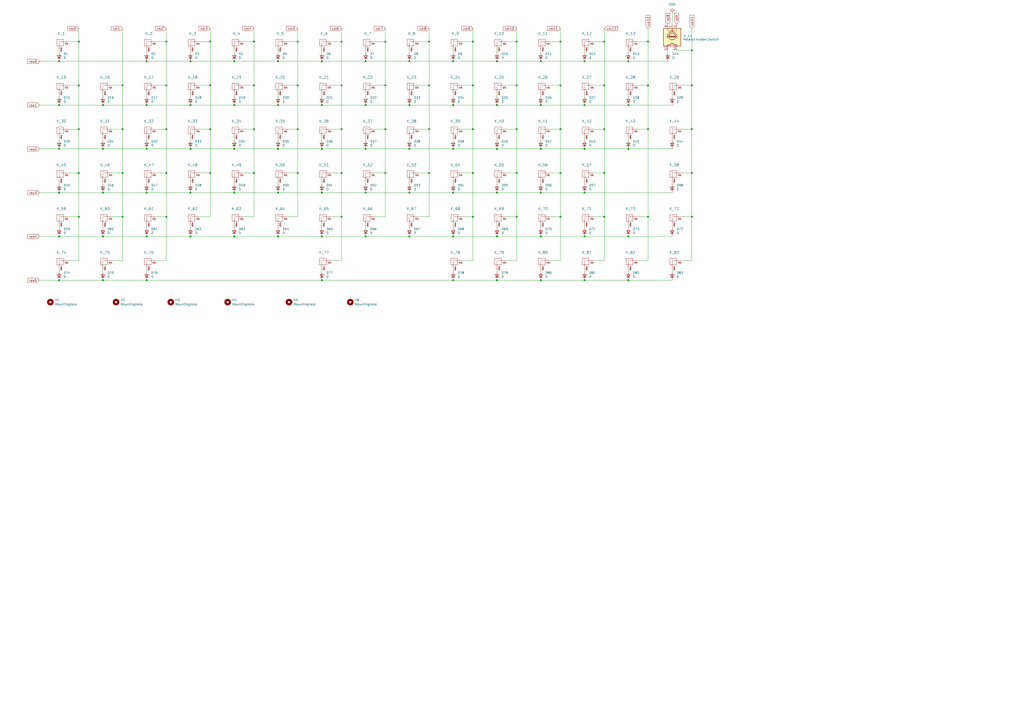
<source format=kicad_sch>
(kicad_sch (version 20250114) (generator "eeschema") (generator_version "9.0")
  (paper "A2")
  (junction (at 274.32 125.73))
  (junction (at 325.12 24.13))
  (junction (at 110.49 137.16))
  (junction (at 313.69 60.96))
  (junction (at 299.72 49.53))
  (junction (at 179.07 -41.91))
  (junction (at 313.69 162.56))
  (junction (at 288.29 111.76))
  (junction (at 212.09 60.96))
  (junction (at 34.29 86.36))
  (junction (at 121.92 74.93))
  (junction (at 401.32 49.53))
  (junction (at 110.49 86.36))
  (junction (at 198.12 74.93))
  (junction (at 110.49 60.96))
  (junction (at 34.29 162.56))
  (junction (at 147.32 49.53))
  (junction (at 186.69 35.56))
  (junction (at 85.09 35.56))
  (junction (at 339.09 162.56))
  (junction (at 364.49 35.56))
  (junction (at 288.29 86.36))
  (junction (at 45.72 74.93))
  (junction (at 313.69 111.76))
  (junction (at 223.52 100.33))
  (junction (at 262.89 162.56))
  (junction (at 350.52 24.13))
  (junction (at 71.12 125.73))
  (junction (at 339.09 35.56))
  (junction (at 375.92 125.73))
  (junction (at 198.12 49.53))
  (junction (at 85.09 137.16))
  (junction (at 96.52 100.33))
  (junction (at 186.69 86.36))
  (junction (at 237.49 111.76))
  (junction (at 274.32 24.13))
  (junction (at 350.52 125.73))
  (junction (at 350.52 100.33))
  (junction (at 172.72 49.53))
  (junction (at 339.09 111.76))
  (junction (at 135.89 137.16))
  (junction (at 147.32 74.93))
  (junction (at 212.09 137.16))
  (junction (at 248.92 49.53))
  (junction (at 96.52 24.13))
  (junction (at 248.92 100.33))
  (junction (at 274.32 100.33))
  (junction (at 59.69 137.16))
  (junction (at 186.69 111.76))
  (junction (at 288.29 60.96))
  (junction (at 172.72 74.93))
  (junction (at 96.52 74.93))
  (junction (at 401.32 29.21))
  (junction (at 212.09 86.36))
  (junction (at 375.92 74.93))
  (junction (at 161.29 35.56))
  (junction (at 364.49 162.56))
  (junction (at 325.12 125.73))
  (junction (at 288.29 137.16))
  (junction (at 110.49 35.56))
  (junction (at 224.79 -41.91))
  (junction (at 135.89 111.76))
  (junction (at 34.29 137.16))
  (junction (at 198.12 100.33))
  (junction (at 198.12 125.73))
  (junction (at 186.69 60.96))
  (junction (at 274.32 49.53))
  (junction (at 364.49 60.96))
  (junction (at 147.32 100.33))
  (junction (at 313.69 86.36))
  (junction (at 172.72 24.13))
  (junction (at 59.69 60.96))
  (junction (at 186.69 137.16))
  (junction (at 299.72 100.33))
  (junction (at 262.89 35.56))
  (junction (at 85.09 86.36))
  (junction (at 96.52 125.73))
  (junction (at 147.32 24.13))
  (junction (at 223.52 74.93))
  (junction (at 85.09 60.96))
  (junction (at 96.52 49.53))
  (junction (at 288.29 162.56))
  (junction (at 248.92 74.93))
  (junction (at 34.29 35.56))
  (junction (at 262.89 86.36))
  (junction (at 288.29 35.56))
  (junction (at 299.72 125.73))
  (junction (at 161.29 60.96))
  (junction (at 262.89 111.76))
  (junction (at 364.49 86.36))
  (junction (at 172.72 100.33))
  (junction (at 59.69 86.36))
  (junction (at 364.49 137.16))
  (junction (at 262.89 137.16))
  (junction (at 325.12 100.33))
  (junction (at 223.52 24.13))
  (junction (at 212.09 111.76))
  (junction (at 299.72 74.93))
  (junction (at 401.32 100.33))
  (junction (at 45.72 125.73))
  (junction (at 186.69 162.56))
  (junction (at 71.12 100.33))
  (junction (at 212.09 35.56))
  (junction (at 71.12 74.93))
  (junction (at 262.89 60.96))
  (junction (at 110.49 111.76))
  (junction (at 45.72 24.13))
  (junction (at 85.09 162.56))
  (junction (at 339.09 137.16))
  (junction (at 121.92 24.13))
  (junction (at 45.72 49.53))
  (junction (at 237.49 35.56))
  (junction (at 237.49 86.36))
  (junction (at 135.89 60.96))
  (junction (at 59.69 111.76))
  (junction (at 375.92 24.13))
  (junction (at 135.89 35.56))
  (junction (at 59.69 162.56))
  (junction (at 161.29 86.36))
  (junction (at 161.29 137.16))
  (junction (at 71.12 49.53))
  (junction (at 375.92 49.53))
  (junction (at 325.12 49.53))
  (junction (at 45.72 100.33))
  (junction (at 339.09 86.36))
  (junction (at 237.49 137.16))
  (junction (at 121.92 100.33))
  (junction (at 121.92 49.53))
  (junction (at 135.89 86.36))
  (junction (at 401.32 74.93))
  (junction (at 223.52 49.53))
  (junction (at 198.12 24.13))
  (junction (at 237.49 60.96))
  (junction (at 313.69 137.16))
  (junction (at 339.09 60.96))
  (junction (at 313.69 35.56))
  (junction (at 325.12 74.93))
  (junction (at 274.32 74.93))
  (junction (at 350.52 49.53))
  (junction (at 85.09 111.76))
  (junction (at 34.29 60.96))
  (junction (at 299.72 24.13))
  (junction (at 34.29 111.76))
  (junction (at 401.32 125.73))
  (junction (at 350.52 74.93))
  (junction (at 248.92 24.13))
  (junction (at 161.29 111.76))
  (wire (pts (xy 64.77 125.73) (xy 71.12 125.73)))
  (wire (pts (xy 242.57 100.33) (xy 248.92 100.33)))
  (wire (pts (xy 339.09 35.56) (xy 364.49 35.56)))
  (wire (pts (xy 262.89 60.96) (xy 288.29 60.96)))
  (wire (pts (xy 39.37 151.13) (xy 45.72 151.13)))
  (wire (pts (xy 59.69 60.96) (xy 85.09 60.96)))
  (wire (pts (xy 274.32 16.51) (xy 274.32 24.13)))
  (wire (pts (xy 299.72 24.13) (xy 299.72 49.53)))
  (wire (pts (xy 293.37 125.73) (xy 299.72 125.73)))
  (wire (pts (xy 96.52 16.51) (xy 96.52 24.13)))
  (wire (pts (xy 267.97 125.73) (xy 274.32 125.73)))
  (wire (pts (xy 339.09 130.81) (xy 339.09 132.08)))
  (wire (pts (xy 39.37 125.73) (xy 45.72 125.73)))
  (wire (pts (xy 288.29 80.01) (xy 288.29 81.28)))
  (wire (pts (xy 22.86 137.16) (xy 34.29 137.16)))
  (wire (pts (xy 71.12 49.53) (xy 71.12 74.93)))
  (wire (pts (xy 161.29 54.61) (xy 161.29 55.88)))
  (wire (pts (xy 115.57 24.13) (xy 121.92 24.13)))
  (wire (pts (xy 288.29 105.41) (xy 288.29 106.68)))
  (wire (pts (xy 262.89 54.61) (xy 262.89 55.88)))
  (wire (pts (xy 59.69 80.01) (xy 59.69 81.28)))
  (wire (pts (xy 71.12 151.13) (xy 71.12 125.73)))
  (wire (pts (xy 179.07 -41.91) (xy 184.15 -41.91)))
  (wire (pts (xy 59.69 162.56) (xy 85.09 162.56)))
  (wire (pts (xy 313.69 130.81) (xy 313.69 132.08)))
  (wire (pts (xy 34.29 35.56) (xy 85.09 35.56)))
  (wire (pts (xy 344.17 24.13) (xy 350.52 24.13)))
  (wire (pts (xy 242.57 74.93) (xy 248.92 74.93)))
  (wire (pts (xy 274.32 24.13) (xy 274.32 49.53)))
  (wire (pts (xy 59.69 54.61) (xy 59.69 55.88)))
  (wire (pts (xy 299.72 100.33) (xy 299.72 74.93)))
  (wire (pts (xy 115.57 125.73) (xy 121.92 125.73)))
  (wire (pts (xy 369.57 49.53) (xy 375.92 49.53)))
  (wire (pts (xy 262.89 156.21) (xy 262.89 157.48)))
  (wire (pts (xy 242.57 24.13) (xy 248.92 24.13)))
  (wire (pts (xy 186.69 60.96) (xy 212.09 60.96)))
  (wire (pts (xy 293.37 49.53) (xy 299.72 49.53)))
  (wire (pts (xy 161.29 105.41) (xy 161.29 106.68)))
  (wire (pts (xy 90.17 74.93) (xy 96.52 74.93)))
  (wire (pts (xy 166.37 74.93) (xy 172.72 74.93)))
  (wire (pts (xy 274.32 151.13) (xy 274.32 125.73)))
  (wire (pts (xy 392.43 29.21) (xy 401.32 29.21)))
  (wire (pts (xy 186.69 137.16) (xy 212.09 137.16)))
  (wire (pts (xy 71.12 125.73) (xy 71.12 100.33)))
  (wire (pts (xy 161.29 111.76) (xy 186.69 111.76)))
  (wire (pts (xy 22.86 35.56) (xy 34.29 35.56)))
  (wire (pts (xy 85.09 156.21) (xy 85.09 157.48)))
  (wire (pts (xy 217.17 49.53) (xy 223.52 49.53)))
  (wire (pts (xy 364.49 162.56) (xy 389.89 162.56)))
  (wire (pts (xy 85.09 35.56) (xy 110.49 35.56)))
  (wire (pts (xy 339.09 80.01) (xy 339.09 81.28)))
  (wire (pts (xy 248.92 100.33) (xy 248.92 74.93)))
  (wire (pts (xy 339.09 60.96) (xy 364.49 60.96)))
  (wire (pts (xy 45.72 74.93) (xy 45.72 49.53)))
  (wire (pts (xy 34.29 80.01) (xy 34.29 81.28)))
  (wire (pts (xy 45.72 100.33) (xy 45.72 74.93)))
  (wire (pts (xy 248.92 125.73) (xy 248.92 100.33)))
  (wire (pts (xy 364.49 60.96) (xy 389.89 60.96)))
  (wire (pts (xy 161.29 29.21) (xy 161.29 30.48)))
  (wire (pts (xy 299.72 16.51) (xy 299.72 24.13)))
  (wire (pts (xy 172.72 100.33) (xy 172.72 74.93)))
  (wire (pts (xy 39.37 74.93) (xy 45.72 74.93)))
  (wire (pts (xy 135.89 29.21) (xy 135.89 30.48)))
  (wire (pts (xy 274.32 74.93) (xy 274.32 49.53)))
  (wire (pts (xy 364.49 54.61) (xy 364.49 55.88)))
  (wire (pts (xy 375.92 24.13) (xy 375.92 49.53)))
  (wire (pts (xy 191.77 100.33) (xy 198.12 100.33)))
  (wire (pts (xy 364.49 156.21) (xy 364.49 157.48)))
  (wire (pts (xy 325.12 74.93) (xy 325.12 49.53)))
  (wire (pts (xy 212.09 60.96) (xy 237.49 60.96)))
  (wire (pts (xy 262.89 137.16) (xy 288.29 137.16)))
  (wire (pts (xy 389.89 105.41) (xy 389.89 106.68)))
  (wire (pts (xy 147.32 24.13) (xy 147.32 49.53)))
  (wire (pts (xy 313.69 105.41) (xy 313.69 106.68)))
  (wire (pts (xy 71.12 16.51) (xy 71.12 49.53)))
  (wire (pts (xy 293.37 151.13) (xy 299.72 151.13)))
  (wire (pts (xy 350.52 74.93) (xy 350.52 49.53)))
  (wire (pts (xy 262.89 86.36) (xy 288.29 86.36)))
  (wire (pts (xy 223.52 16.51) (xy 223.52 24.13)))
  (wire (pts (xy 325.12 125.73) (xy 325.12 100.33)))
  (wire (pts (xy 147.32 74.93) (xy 147.32 49.53)))
  (wire (pts (xy 172.72 16.51) (xy 172.72 24.13)))
  (wire (pts (xy 45.72 151.13) (xy 45.72 125.73)))
  (wire (pts (xy 161.29 130.81) (xy 161.29 132.08)))
  (wire (pts (xy 394.97 74.93) (xy 401.32 74.93)))
  (wire (pts (xy 401.32 151.13) (xy 401.32 125.73)))
  (wire (pts (xy 344.17 74.93) (xy 350.52 74.93)))
  (wire (pts (xy 288.29 54.61) (xy 288.29 55.88)))
  (wire (pts (xy 212.09 111.76) (xy 237.49 111.76)))
  (wire (pts (xy 293.37 24.13) (xy 299.72 24.13)))
  (wire (pts (xy 110.49 29.21) (xy 110.49 30.48)))
  (wire (pts (xy 293.37 100.33) (xy 299.72 100.33)))
  (wire (pts (xy 135.89 86.36) (xy 161.29 86.36)))
  (wire (pts (xy 401.32 74.93) (xy 401.32 49.53)))
  (wire (pts (xy 198.12 74.93) (xy 198.12 49.53)))
  (wire (pts (xy 313.69 60.96) (xy 339.09 60.96)))
  (wire (pts (xy 224.79 -41.91) (xy 224.79 -44.45)))
  (wire (pts (xy 237.49 35.56) (xy 262.89 35.56)))
  (wire (pts (xy 96.52 125.73) (xy 96.52 100.33)))
  (wire (pts (xy 34.29 156.21) (xy 34.29 157.48)))
  (wire (pts (xy 209.55 -41.91) (xy 214.63 -41.91)))
  (wire (pts (xy 191.77 49.53) (xy 198.12 49.53)))
  (wire (pts (xy 59.69 130.81) (xy 59.69 132.08)))
  (wire (pts (xy 344.17 49.53) (xy 350.52 49.53)))
  (wire (pts (xy 262.89 162.56) (xy 288.29 162.56)))
  (wire (pts (xy 389.89 80.01) (xy 389.89 81.28)))
  (wire (pts (xy 115.57 100.33) (xy 121.92 100.33)))
  (wire (pts (xy 45.72 24.13) (xy 45.72 49.53)))
  (wire (pts (xy 135.89 54.61) (xy 135.89 55.88)))
  (wire (pts (xy 364.49 80.01) (xy 364.49 81.28)))
  (wire (pts (xy 344.17 151.13) (xy 350.52 151.13)))
  (wire (pts (xy 166.37 24.13) (xy 172.72 24.13)))
  (wire (pts (xy 369.57 125.73) (xy 375.92 125.73)))
  (wire (pts (xy 110.49 137.16) (xy 135.89 137.16)))
  (wire (pts (xy 318.77 74.93) (xy 325.12 74.93)))
  (wire (pts (xy 85.09 86.36) (xy 110.49 86.36)))
  (wire (pts (xy 242.57 125.73) (xy 248.92 125.73)))
  (wire (pts (xy 161.29 86.36) (xy 186.69 86.36)))
  (wire (pts (xy 262.89 130.81) (xy 262.89 132.08)))
  (wire (pts (xy 64.77 74.93) (xy 71.12 74.93)))
  (wire (pts (xy 90.17 151.13) (xy 96.52 151.13)))
  (wire (pts (xy 22.86 60.96) (xy 34.29 60.96)))
  (wire (pts (xy 387.35 29.21) (xy 387.35 30.48)))
  (wire (pts (xy 121.92 74.93) (xy 121.92 49.53)))
  (wire (pts (xy 339.09 54.61) (xy 339.09 55.88)))
  (wire (pts (xy 223.52 24.13) (xy 223.52 49.53)))
  (wire (pts (xy 288.29 29.21) (xy 288.29 30.48)))
  (wire (pts (xy 85.09 111.76) (xy 110.49 111.76)))
  (wire (pts (xy 147.32 100.33) (xy 147.32 74.93)))
  (wire (pts (xy 288.29 130.81) (xy 288.29 132.08)))
  (wire (pts (xy 212.09 137.16) (xy 237.49 137.16)))
  (wire (pts (xy 59.69 86.36) (xy 85.09 86.36)))
  (wire (pts (xy 172.72 125.73) (xy 172.72 100.33)))
  (wire (pts (xy 313.69 111.76) (xy 339.09 111.76)))
  (wire (pts (xy 325.12 24.13) (xy 325.12 49.53)))
  (wire (pts (xy 135.89 105.41) (xy 135.89 106.68)))
  (wire (pts (xy 318.77 125.73) (xy 325.12 125.73)))
  (wire (pts (xy 96.52 100.33) (xy 96.52 74.93)))
  (wire (pts (xy 237.49 137.16) (xy 262.89 137.16)))
  (wire (pts (xy 34.29 86.36) (xy 59.69 86.36)))
  (wire (pts (xy 186.69 54.61) (xy 186.69 55.88)))
  (wire (pts (xy 313.69 80.01) (xy 313.69 81.28)))
  (wire (pts (xy 166.37 125.73) (xy 172.72 125.73)))
  (wire (pts (xy 288.29 111.76) (xy 313.69 111.76)))
  (wire (pts (xy 364.49 86.36) (xy 389.89 86.36)))
  (wire (pts (xy 198.12 125.73) (xy 198.12 100.33)))
  (wire (pts (xy 191.77 125.73) (xy 198.12 125.73)))
  (wire (pts (xy 59.69 156.21) (xy 59.69 157.48)))
  (wire (pts (xy 110.49 80.01) (xy 110.49 81.28)))
  (wire (pts (xy 223.52 74.93) (xy 223.52 49.53)))
  (wire (pts (xy 212.09 54.61) (xy 212.09 55.88)))
  (wire (pts (xy 325.12 16.51) (xy 325.12 24.13)))
  (wire (pts (xy 34.29 162.56) (xy 59.69 162.56)))
  (wire (pts (xy 344.17 100.33) (xy 350.52 100.33)))
  (wire (pts (xy 288.29 162.56) (xy 313.69 162.56)))
  (wire (pts (xy 45.72 16.51) (xy 45.72 24.13)))
  (wire (pts (xy 172.72 -41.91) (xy 179.07 -41.91)))
  (wire (pts (xy 339.09 29.21) (xy 339.09 30.48)))
  (wire (pts (xy 212.09 29.21) (xy 212.09 30.48)))
  (wire (pts (xy 135.89 130.81) (xy 135.89 132.08)))
  (wire (pts (xy 313.69 137.16) (xy 339.09 137.16)))
  (wire (pts (xy 121.92 100.33) (xy 121.92 74.93)))
  (wire (pts (xy 313.69 156.21) (xy 313.69 157.48)))
  (wire (pts (xy 288.29 156.21) (xy 288.29 157.48)))
  (wire (pts (xy 71.12 100.33) (xy 71.12 74.93)))
  (wire (pts (xy 318.77 24.13) (xy 325.12 24.13)))
  (wire (pts (xy 34.29 105.41) (xy 34.29 106.68)))
  (wire (pts (xy 394.97 49.53) (xy 401.32 49.53)))
  (wire (pts (xy 64.77 151.13) (xy 71.12 151.13)))
  (wire (pts (xy 212.09 86.36) (xy 237.49 86.36)))
  (wire (pts (xy 212.09 105.41) (xy 212.09 106.68)))
  (wire (pts (xy 64.77 100.33) (xy 71.12 100.33)))
  (wire (pts (xy 293.37 74.93) (xy 299.72 74.93)))
  (wire (pts (xy 90.17 49.53) (xy 96.52 49.53)))
  (wire (pts (xy 212.09 130.81) (xy 212.09 132.08)))
  (wire (pts (xy 339.09 162.56) (xy 364.49 162.56)))
  (wire (pts (xy 318.77 151.13) (xy 325.12 151.13)))
  (wire (pts (xy 45.72 125.73) (xy 45.72 100.33)))
  (wire (pts (xy 262.89 80.01) (xy 262.89 81.28)))
  (wire (pts (xy 313.69 29.21) (xy 313.69 30.48)))
  (wire (pts (xy 274.32 125.73) (xy 274.32 100.33)))
  (wire (pts (xy 394.97 125.73) (xy 401.32 125.73)))
  (wire (pts (xy 237.49 86.36) (xy 262.89 86.36)))
  (wire (pts (xy 161.29 80.01) (xy 161.29 81.28)))
  (wire (pts (xy 85.09 105.41) (xy 85.09 106.68)))
  (wire (pts (xy 299.72 74.93) (xy 299.72 49.53)))
  (wire (pts (xy 110.49 86.36) (xy 135.89 86.36)))
  (wire (pts (xy 237.49 130.81) (xy 237.49 132.08)))
  (wire (pts (xy 59.69 137.16) (xy 85.09 137.16)))
  (wire (pts (xy 223.52 100.33) (xy 223.52 74.93)))
  (wire (pts (xy 186.69 80.01) (xy 186.69 81.28)))
  (wire (pts (xy 401.32 29.21) (xy 401.32 49.53)))
  (wire (pts (xy 161.29 137.16) (xy 186.69 137.16)))
  (wire (pts (xy 22.86 111.76) (xy 34.29 111.76)))
  (wire (pts (xy 237.49 29.21) (xy 237.49 30.48)))
  (wire (pts (xy 344.17 125.73) (xy 350.52 125.73)))
  (wire (pts (xy 121.92 16.51) (xy 121.92 24.13)))
  (wire (pts (xy 186.69 29.21) (xy 186.69 30.48)))
  (wire (pts (xy 242.57 49.53) (xy 248.92 49.53)))
  (wire (pts (xy 90.17 125.73) (xy 96.52 125.73)))
  (wire (pts (xy 135.89 111.76) (xy 161.29 111.76)))
  (wire (pts (xy 394.97 151.13) (xy 401.32 151.13)))
  (wire (pts (xy 110.49 111.76) (xy 135.89 111.76)))
  (wire (pts (xy 339.09 111.76) (xy 389.89 111.76)))
  (wire (pts (xy 394.97 100.33) (xy 401.32 100.33)))
  (wire (pts (xy 224.79 -44.45) (xy 209.55 -44.45)))
  (wire (pts (xy 350.52 16.51) (xy 350.52 24.13)))
  (wire (pts (xy 39.37 24.13) (xy 45.72 24.13)))
  (wire (pts (xy 198.12 151.13) (xy 198.12 125.73)))
  (wire (pts (xy 110.49 60.96) (xy 135.89 60.96)))
  (wire (pts (xy 85.09 130.81) (xy 85.09 132.08)))
  (wire (pts (xy 186.69 105.41) (xy 186.69 106.68)))
  (wire (pts (xy 389.89 130.81) (xy 389.89 132.08)))
  (wire (pts (xy 85.09 137.16) (xy 110.49 137.16)))
  (wire (pts (xy 90.17 24.13) (xy 96.52 24.13)))
  (wire (pts (xy 161.29 60.96) (xy 186.69 60.96)))
  (wire (pts (xy 350.52 100.33) (xy 350.52 74.93)))
  (wire (pts (xy 325.12 151.13) (xy 325.12 125.73)))
  (wire (pts (xy 110.49 35.56) (xy 135.89 35.56)))
  (wire (pts (xy 34.29 137.16) (xy 59.69 137.16)))
  (wire (pts (xy 135.89 80.01) (xy 135.89 81.28)))
  (wire (pts (xy 186.69 130.81) (xy 186.69 132.08)))
  (wire (pts (xy 375.92 74.93) (xy 375.92 49.53)))
  (wire (pts (xy 389.89 54.61) (xy 389.89 55.88)))
  (wire (pts (xy 237.49 60.96) (xy 262.89 60.96)))
  (wire (pts (xy 299.72 125.73) (xy 299.72 100.33)))
  (wire (pts (xy 339.09 137.16) (xy 364.49 137.16)))
  (wire (pts (xy 217.17 100.33) (xy 223.52 100.33)))
  (wire (pts (xy 140.97 125.73) (xy 147.32 125.73)))
  (wire (pts (xy 313.69 35.56) (xy 339.09 35.56)))
  (wire (pts (xy 110.49 105.41) (xy 110.49 106.68)))
  (wire (pts (xy 166.37 49.53) (xy 172.72 49.53)))
  (wire (pts (xy 401.32 16.51) (xy 401.32 29.21)))
  (wire (pts (xy 85.09 54.61) (xy 85.09 55.88)))
  (wire (pts (xy 262.89 29.21) (xy 262.89 30.48)))
  (wire (pts (xy 262.89 35.56) (xy 288.29 35.56)))
  (wire (pts (xy 375.92 16.51) (xy 375.92 24.13)))
  (wire (pts (xy 313.69 54.61) (xy 313.69 55.88)))
  (wire (pts (xy 401.32 125.73) (xy 401.32 100.33)))
  (wire (pts (xy 140.97 74.93) (xy 147.32 74.93)))
  (wire (pts (xy 161.29 35.56) (xy 186.69 35.56)))
  (wire (pts (xy 288.29 60.96) (xy 313.69 60.96)))
  (wire (pts (xy 325.12 100.33) (xy 325.12 74.93)))
  (wire (pts (xy 85.09 60.96) (xy 110.49 60.96)))
  (wire (pts (xy 350.52 125.73) (xy 350.52 100.33)))
  (wire (pts (xy 217.17 125.73) (xy 223.52 125.73)))
  (wire (pts (xy 34.29 130.81) (xy 34.29 132.08)))
  (wire (pts (xy 350.52 151.13) (xy 350.52 125.73)))
  (wire (pts (xy 172.72 74.93) (xy 172.72 49.53)))
  (wire (pts (xy 110.49 54.61) (xy 110.49 55.88)))
  (wire (pts (xy 339.09 156.21) (xy 339.09 157.48)))
  (wire (pts (xy 267.97 24.13) (xy 274.32 24.13)))
  (wire (pts (xy 237.49 54.61) (xy 237.49 55.88)))
  (wire (pts (xy 179.07 -41.91) (xy 179.07 -39.37)))
  (wire (pts (xy 339.09 86.36) (xy 364.49 86.36)))
  (wire (pts (xy 288.29 35.56) (xy 313.69 35.56)))
  (wire (pts (xy 375.92 125.73) (xy 375.92 74.93)))
  (wire (pts (xy 34.29 29.21) (xy 34.29 30.48)))
  (wire (pts (xy 375.92 151.13) (xy 375.92 125.73)))
  (wire (pts (xy 313.69 162.56) (xy 339.09 162.56)))
  (wire (pts (xy 147.32 16.51) (xy 147.32 24.13)))
  (wire (pts (xy 135.89 137.16) (xy 161.29 137.16)))
  (wire (pts (xy 262.89 105.41) (xy 262.89 106.68)))
  (wire (pts (xy 184.15 -39.37) (xy 179.07 -39.37)))
  (wire (pts (xy 140.97 24.13) (xy 147.32 24.13)))
  (wire (pts (xy 339.09 105.41) (xy 339.09 106.68)))
  (wire (pts (xy 64.77 49.53) (xy 71.12 49.53)))
  (wire (pts (xy 267.97 151.13) (xy 274.32 151.13)))
  (wire (pts (xy 198.12 16.51) (xy 198.12 24.13)))
  (wire (pts (xy 262.89 111.76) (xy 288.29 111.76)))
  (wire (pts (xy 191.77 151.13) (xy 198.12 151.13)))
  (wire (pts (xy 223.52 125.73) (xy 223.52 100.33)))
  (wire (pts (xy 135.89 35.56) (xy 161.29 35.56)))
  (wire (pts (xy 350.52 24.13) (xy 350.52 49.53)))
  (wire (pts (xy 318.77 49.53) (xy 325.12 49.53)))
  (wire (pts (xy 248.92 74.93) (xy 248.92 49.53)))
  (wire (pts (xy 198.12 100.33) (xy 198.12 74.93)))
  (wire (pts (xy 364.49 29.21) (xy 364.49 30.48)))
  (wire (pts (xy 237.49 111.76) (xy 262.89 111.76)))
  (wire (pts (xy 59.69 105.41) (xy 59.69 106.68)))
  (wire (pts (xy 34.29 60.96) (xy 59.69 60.96)))
  (wire (pts (xy 401.32 100.33) (xy 401.32 74.93)))
  (wire (pts (xy 186.69 162.56) (xy 262.89 162.56)))
  (wire (pts (xy 85.09 29.21) (xy 85.09 30.48)))
  (wire (pts (xy 90.17 100.33) (xy 96.52 100.33)))
  (wire (pts (xy 237.49 80.01) (xy 237.49 81.28)))
  (wire (pts (xy 217.17 74.93) (xy 223.52 74.93)))
  (wire (pts (xy 248.92 16.51) (xy 248.92 24.13)))
  (wire (pts (xy 22.86 86.36) (xy 34.29 86.36)))
  (wire (pts (xy 267.97 49.53) (xy 274.32 49.53)))
  (wire (pts (xy 217.17 24.13) (xy 223.52 24.13)))
  (wire (pts (xy 248.92 24.13) (xy 248.92 49.53)))
  (wire (pts (xy 85.09 80.01) (xy 85.09 81.28)))
  (wire (pts (xy 369.57 74.93) (xy 375.92 74.93)))
  (wire (pts (xy 212.09 35.56) (xy 237.49 35.56)))
  (wire (pts (xy 121.92 24.13) (xy 121.92 49.53)))
  (wire (pts (xy 318.77 100.33) (xy 325.12 100.33)))
  (wire (pts (xy 34.29 54.61) (xy 34.29 55.88)))
  (wire (pts (xy 186.69 156.21) (xy 186.69 157.48)))
  (wire (pts (xy 172.72 24.13) (xy 172.72 49.53)))
  (wire (pts (xy 229.87 -41.91) (xy 224.79 -41.91)))
  (wire (pts (xy 96.52 24.13) (xy 96.52 49.53)))
  (wire (pts (xy 389.89 156.21) (xy 389.89 157.48)))
  (wire (pts (xy 121.92 125.73) (xy 121.92 100.33)))
  (wire (pts (xy 191.77 74.93) (xy 198.12 74.93)))
  (wire (pts (xy 267.97 74.93) (xy 274.32 74.93)))
  (wire (pts (xy 186.69 86.36) (xy 212.09 86.36)))
  (wire (pts (xy 96.52 74.93) (xy 96.52 49.53)))
  (wire (pts (xy 389.89 7.62) (xy 389.89 13.97)))
  (wire (pts (xy 237.49 105.41) (xy 237.49 106.68)))
  (wire (pts (xy 364.49 137.16) (xy 389.89 137.16)))
  (wire (pts (xy 186.69 35.56) (xy 212.09 35.56)))
  (wire (pts (xy 191.77 24.13) (xy 198.12 24.13)))
  (wire (pts (xy 313.69 86.36) (xy 339.09 86.36)))
  (wire (pts (xy 39.37 100.33) (xy 45.72 100.33)))
  (wire (pts (xy 166.37 100.33) (xy 172.72 100.33)))
  (wire (pts (xy 288.29 137.16) (xy 313.69 137.16)))
  (wire (pts (xy 288.29 86.36) (xy 313.69 86.36)))
  (wire (pts (xy 364.49 130.81) (xy 364.49 132.08)))
  (wire (pts (xy 115.57 74.93) (xy 121.92 74.93)))
  (wire (pts (xy 22.86 162.56) (xy 34.29 162.56)))
  (wire (pts (xy 96.52 151.13) (xy 96.52 125.73)))
  (wire (pts (xy 34.29 111.76) (xy 59.69 111.76)))
  (wire (pts (xy 198.12 24.13) (xy 198.12 49.53)))
  (wire (pts (xy 85.09 162.56) (xy 186.69 162.56)))
  (wire (pts (xy 369.57 151.13) (xy 375.92 151.13)))
  (wire (pts (xy 110.49 130.81) (xy 110.49 132.08)))
  (wire (pts (xy 274.32 100.33) (xy 274.32 74.93)))
  (wire (pts (xy 115.57 49.53) (xy 121.92 49.53)))
  (wire (pts (xy 59.69 111.76) (xy 85.09 111.76)))
  (wire (pts (xy 299.72 151.13) (xy 299.72 125.73)))
  (wire (pts (xy 267.97 100.33) (xy 274.32 100.33)))
  (wire (pts (xy 140.97 49.53) (xy 147.32 49.53)))
  (wire (pts (xy 364.49 35.56) (xy 387.35 35.56)))
  (wire (pts (xy 186.69 111.76) (xy 212.09 111.76)))
  (wire (pts (xy 147.32 125.73) (xy 147.32 100.33)))
  (wire (pts (xy 212.09 80.01) (xy 212.09 81.28)))
  (wire (pts (xy 135.89 60.96) (xy 161.29 60.96)))
  (wire (pts (xy 369.57 24.13) (xy 375.92 24.13)))
  (wire (pts (xy 39.37 49.53) (xy 45.72 49.53)))
  (wire (pts (xy 140.97 100.33) (xy 147.32 100.33)))
  (global_label "col10" (shape input) (at 299.72 16.51 180) (property "Intersheetrefs" "${INTERSHEET_REFS}" (effects (hide yes))))
  (global_label "col2" (shape input) (at 96.52 16.51 180) (property "Intersheetrefs" "${INTERSHEET_REFS}" (effects (hide yes))))
  (global_label "col2" (shape input) (at 209.55 -36.83 0) (property "Intersheetrefs" "${INTERSHEET_REFS}" (effects (hide yes))))
  (global_label "col7" (shape input) (at 223.52 16.51 180) (property "Intersheetrefs" "${INTERSHEET_REFS}" (effects (hide yes))))
  (global_label "col8" (shape input) (at 248.92 16.51 180) (property "Intersheetrefs" "${INTERSHEET_REFS}" (effects (hide yes))))
  (global_label "col4" (shape input) (at 147.32 16.51 180) (property "Intersheetrefs" "${INTERSHEET_REFS}" (effects (hide yes))))
  (global_label "row5" (shape input) (at 22.86 162.56 180) (property "Intersheetrefs" "${INTERSHEET_REFS}" (effects (hide yes))))
  (global_label "col12" (shape input) (at 196.85 -11.43 270) (property "Intersheetrefs" "${INTERSHEET_REFS}" (effects (hide yes))))
  (global_label "col5" (shape input) (at 172.72 16.51 180) (property "Intersheetrefs" "${INTERSHEET_REFS}" (effects (hide yes))))
  (global_label "row0" (shape input) (at 184.15 -29.21 180) (property "Intersheetrefs" "${INTERSHEET_REFS}" (effects (hide yes))))
  (global_label "row0" (shape input) (at 22.86 35.56 180) (property "Intersheetrefs" "${INTERSHEET_REFS}" (effects (hide yes))))
  (global_label "row3" (shape input) (at 184.15 -36.83 180) (property "Intersheetrefs" "${INTERSHEET_REFS}" (effects (hide yes))))
  (global_label "rotB" (shape input) (at 387.35 13.97 90) (property "Intersheetrefs" "${INTERSHEET_REFS}" (effects (hide yes))))
  (global_label "rotB" (shape input) (at 209.55 -49.53 0) (property "Intersheetrefs" "${INTERSHEET_REFS}" (effects (hide yes))))
  (global_label "rotA" (shape input) (at 392.43 13.97 90) (property "Intersheetrefs" "${INTERSHEET_REFS}" (effects (hide yes))))
  (global_label "col11" (shape input) (at 325.12 16.51 180) (property "Intersheetrefs" "${INTERSHEET_REFS}" (effects (hide yes))))
  (global_label "row1" (shape input) (at 22.86 60.96 180) (property "Intersheetrefs" "${INTERSHEET_REFS}" (effects (hide yes))))
  (global_label "row4" (shape input) (at 184.15 -44.45 180) (property "Intersheetrefs" "${INTERSHEET_REFS}" (effects (hide yes))))
  (global_label "col7" (shape input) (at 209.55 -24.13 0) (property "Intersheetrefs" "${INTERSHEET_REFS}" (effects (hide yes))))
  (global_label "col14" (shape input) (at 191.77 -11.43 270) (property "Intersheetrefs" "${INTERSHEET_REFS}" (effects (hide yes))))
  (global_label "col0" (shape input) (at 184.15 -21.59 180) (property "Intersheetrefs" "${INTERSHEET_REFS}" (effects (hide yes))))
  (global_label "col6" (shape input) (at 209.55 -26.67 0) (property "Intersheetrefs" "${INTERSHEET_REFS}" (effects (hide yes))))
  (global_label "col13" (shape input) (at 375.92 16.51 90) (property "Intersheetrefs" "${INTERSHEET_REFS}" (effects (hide yes))))
  (global_label "row3" (shape input) (at 22.86 111.76 180) (property "Intersheetrefs" "${INTERSHEET_REFS}" (effects (hide yes))))
  (global_label "col8" (shape input) (at 209.55 -21.59 0) (property "Intersheetrefs" "${INTERSHEET_REFS}" (effects (hide yes))))
  (global_label "col13" (shape input) (at 194.31 -11.43 270) (property "Intersheetrefs" "${INTERSHEET_REFS}" (effects (hide yes))))
  (global_label "row1" (shape input) (at 184.15 -31.75 180) (property "Intersheetrefs" "${INTERSHEET_REFS}" (effects (hide yes))))
  (global_label "col10" (shape input) (at 201.93 -11.43 270) (property "Intersheetrefs" "${INTERSHEET_REFS}" (effects (hide yes))))
  (global_label "col9" (shape input) (at 274.32 16.51 180) (property "Intersheetrefs" "${INTERSHEET_REFS}" (effects (hide yes))))
  (global_label "rotA" (shape input) (at 184.15 -49.53 180) (property "Intersheetrefs" "${INTERSHEET_REFS}" (effects (hide yes))))
  (global_label "col14" (shape input) (at 401.32 16.51 90) (property "Intersheetrefs" "${INTERSHEET_REFS}" (effects (hide yes))))
  (global_label "col3" (shape input) (at 121.92 16.51 180) (property "Intersheetrefs" "${INTERSHEET_REFS}" (effects (hide yes))))
  (global_label "col0" (shape input) (at 45.72 16.51 180) (property "Intersheetrefs" "${INTERSHEET_REFS}" (effects (hide yes))))
  (global_label "col1" (shape input) (at 71.12 16.51 180) (property "Intersheetrefs" "${INTERSHEET_REFS}" (effects (hide yes))))
  (global_label "row4" (shape input) (at 22.86 137.16 180) (property "Intersheetrefs" "${INTERSHEET_REFS}" (effects (hide yes))))
  (global_label "row2" (shape input) (at 22.86 86.36 180) (property "Intersheetrefs" "${INTERSHEET_REFS}" (effects (hide yes))))
  (global_label "col1" (shape input) (at 184.15 -19.05 180) (property "Intersheetrefs" "${INTERSHEET_REFS}" (effects (hide yes))))
  (global_label "row2" (shape input) (at 184.15 -34.29 180) (property "Intersheetrefs" "${INTERSHEET_REFS}" (effects (hide yes))))
  (global_label "col5" (shape input) (at 209.55 -29.21 0) (property "Intersheetrefs" "${INTERSHEET_REFS}" (effects (hide yes))))
  (global_label "col9" (shape input) (at 209.55 -19.05 0) (property "Intersheetrefs" "${INTERSHEET_REFS}" (effects (hide yes))))
  (global_label "col12" (shape input) (at 350.52 16.51 0) (property "Intersheetrefs" "${INTERSHEET_REFS}" (effects (hide yes))))
  (global_label "row5" (shape input) (at 184.15 -46.99 180) (property "Intersheetrefs" "${INTERSHEET_REFS}" (effects (hide yes))))
  (global_label "col3" (shape input) (at 209.55 -34.29 0) (property "Intersheetrefs" "${INTERSHEET_REFS}" (effects (hide yes))))
  (global_label "col11" (shape input) (at 199.39 -11.43 270) (property "Intersheetrefs" "${INTERSHEET_REFS}" (effects (hide yes))))
  (global_label "col4" (shape input) (at 209.55 -31.75 0) (property "Intersheetrefs" "${INTERSHEET_REFS}" (effects (hide yes))))
  (global_label "col6" (shape input) (at 198.12 16.51 180) (property "Intersheetrefs" "${INTERSHEET_REFS}" (effects (hide yes))))
  (symbol (lib_id "Device:D_Small") (at 34.29 33.02 90) (unit 1)
    (property "Reference" "D1" (at 36.83 31.242 90) (effects (justify right)))
    (property "Value" "D" (at 36.83 33.528 90) (effects (justify right)))
    (property "Footprint" "Diode_THT:D_DO-35_SOD27_P7.62mm_Horizontal" (effects (hide yes)))
  )
  (symbol (lib_id "MX-Hotswap:MX-Hotswap") (at 35.56 25.4 0) (unit 1)
    (property "Reference" "K_1" (at 35.56 19.4818 0) (effects (font (size 1.524 1.524))))
    (property "Value" "KEYSW" (effects (hide yes)))
    (property "Footprint" "MX_Hotswap:MX-Hotswap-1U" (effects (hide yes)))
  )
  (symbol (lib_id "Device:D_Small") (at 85.09 33.02 90) (unit 1)
    (property "Reference" "D2" (at 87.63 31.242 90) (effects (justify right)))
    (property "Value" "D" (at 87.63 33.528 90) (effects (justify right)))
    (property "Footprint" "Diode_THT:D_DO-35_SOD27_P7.62mm_Horizontal" (effects (hide yes)))
  )
  (symbol (lib_id "MX-Hotswap:MX-Hotswap") (at 86.36 25.4 0) (unit 1)
    (property "Reference" "K_2" (at 86.36 19.4818 0) (effects (font (size 1.524 1.524))))
    (property "Value" "KEYSW" (effects (hide yes)))
    (property "Footprint" "MX_Hotswap:MX-Hotswap-1U" (effects (hide yes)))
  )
  (symbol (lib_id "Device:D_Small") (at 110.49 33.02 90) (unit 1)
    (property "Reference" "D3" (at 113.03 31.242 90) (effects (justify right)))
    (property "Value" "D" (at 113.03 33.528 90) (effects (justify right)))
    (property "Footprint" "Diode_THT:D_DO-35_SOD27_P7.62mm_Horizontal" (effects (hide yes)))
  )
  (symbol (lib_id "MX-Hotswap:MX-Hotswap") (at 111.76 25.4 0) (unit 1)
    (property "Reference" "K_3" (at 111.76 19.4818 0) (effects (font (size 1.524 1.524))))
    (property "Value" "KEYSW" (effects (hide yes)))
    (property "Footprint" "MX_Hotswap:MX-Hotswap-1U" (effects (hide yes)))
  )
  (symbol (lib_id "Device:D_Small") (at 135.89 33.02 90) (unit 1)
    (property "Reference" "D4" (at 138.43 31.242 90) (effects (justify right)))
    (property "Value" "D" (at 138.43 33.528 90) (effects (justify right)))
    (property "Footprint" "Diode_THT:D_DO-35_SOD27_P7.62mm_Horizontal" (effects (hide yes)))
  )
  (symbol (lib_id "MX-Hotswap:MX-Hotswap") (at 137.16 25.4 0) (unit 1)
    (property "Reference" "K_4" (at 137.16 19.4818 0) (effects (font (size 1.524 1.524))))
    (property "Value" "KEYSW" (effects (hide yes)))
    (property "Footprint" "MX_Hotswap:MX-Hotswap-1U" (effects (hide yes)))
  )
  (symbol (lib_id "Device:D_Small") (at 161.29 33.02 90) (unit 1)
    (property "Reference" "D5" (at 163.83 31.242 90) (effects (justify right)))
    (property "Value" "D" (at 163.83 33.528 90) (effects (justify right)))
    (property "Footprint" "Diode_THT:D_DO-35_SOD27_P7.62mm_Horizontal" (effects (hide yes)))
  )
  (symbol (lib_id "MX-Hotswap:MX-Hotswap") (at 162.56 25.4 0) (unit 1)
    (property "Reference" "K_5" (at 162.56 19.4818 0) (effects (font (size 1.524 1.524))))
    (property "Value" "KEYSW" (effects (hide yes)))
    (property "Footprint" "MX_Hotswap:MX-Hotswap-1U" (effects (hide yes)))
  )
  (symbol (lib_id "Device:D_Small") (at 186.69 33.02 90) (unit 1)
    (property "Reference" "D6" (at 189.23 31.242 90) (effects (justify right)))
    (property "Value" "D" (at 189.23 33.528 90) (effects (justify right)))
    (property "Footprint" "Diode_THT:D_DO-35_SOD27_P7.62mm_Horizontal" (effects (hide yes)))
  )
  (symbol (lib_id "MX-Hotswap:MX-Hotswap") (at 187.96 25.4 0) (unit 1)
    (property "Reference" "K_6" (at 187.96 19.4818 0) (effects (font (size 1.524 1.524))))
    (property "Value" "KEYSW" (effects (hide yes)))
    (property "Footprint" "MX_Hotswap:MX-Hotswap-1U" (effects (hide yes)))
  )
  (symbol (lib_id "Device:D_Small") (at 212.09 33.02 90) (unit 1)
    (property "Reference" "D7" (at 214.63 31.242 90) (effects (justify right)))
    (property "Value" "D" (at 214.63 33.528 90) (effects (justify right)))
    (property "Footprint" "Diode_THT:D_DO-35_SOD27_P7.62mm_Horizontal" (effects (hide yes)))
  )
  (symbol (lib_id "MX-Hotswap:MX-Hotswap") (at 213.36 25.4 0) (unit 1)
    (property "Reference" "K_7" (at 213.36 19.4818 0) (effects (font (size 1.524 1.524))))
    (property "Value" "KEYSW" (effects (hide yes)))
    (property "Footprint" "MX_Hotswap:MX-Hotswap-1U" (effects (hide yes)))
  )
  (symbol (lib_id "Device:D_Small") (at 237.49 33.02 90) (unit 1)
    (property "Reference" "D8" (at 240.03 31.242 90) (effects (justify right)))
    (property "Value" "D" (at 240.03 33.528 90) (effects (justify right)))
    (property "Footprint" "Diode_THT:D_DO-35_SOD27_P7.62mm_Horizontal" (effects (hide yes)))
  )
  (symbol (lib_id "MX-Hotswap:MX-Hotswap") (at 238.76 25.4 0) (unit 1)
    (property "Reference" "K_8" (at 238.76 19.4818 0) (effects (font (size 1.524 1.524))))
    (property "Value" "KEYSW" (effects (hide yes)))
    (property "Footprint" "MX_Hotswap:MX-Hotswap-1U" (effects (hide yes)))
  )
  (symbol (lib_id "Device:D_Small") (at 262.89 33.02 90) (unit 1)
    (property "Reference" "D9" (at 265.43 31.242 90) (effects (justify right)))
    (property "Value" "D" (at 265.43 33.528 90) (effects (justify right)))
    (property "Footprint" "Diode_THT:D_DO-35_SOD27_P7.62mm_Horizontal" (effects (hide yes)))
  )
  (symbol (lib_id "MX-Hotswap:MX-Hotswap") (at 264.16 25.4 0) (unit 1)
    (property "Reference" "K_9" (at 264.16 19.4818 0) (effects (font (size 1.524 1.524))))
    (property "Value" "KEYSW" (effects (hide yes)))
    (property "Footprint" "MX_Hotswap:MX-Hotswap-1U" (effects (hide yes)))
  )
  (symbol (lib_id "Device:D_Small") (at 288.29 33.02 90) (unit 1)
    (property "Reference" "D10" (at 290.83 31.242 90) (effects (justify right)))
    (property "Value" "D" (at 290.83 33.528 90) (effects (justify right)))
    (property "Footprint" "Diode_THT:D_DO-35_SOD27_P7.62mm_Horizontal" (effects (hide yes)))
  )
  (symbol (lib_id "MX-Hotswap:MX-Hotswap") (at 289.56 25.4 0) (unit 1)
    (property "Reference" "K_10" (at 289.56 19.4818 0) (effects (font (size 1.524 1.524))))
    (property "Value" "KEYSW" (effects (hide yes)))
    (property "Footprint" "MX_Hotswap:MX-Hotswap-1U" (effects (hide yes)))
  )
  (symbol (lib_id "Device:D_Small") (at 313.69 33.02 90) (unit 1)
    (property "Reference" "D11" (at 316.23 31.242 90) (effects (justify right)))
    (property "Value" "D" (at 316.23 33.528 90) (effects (justify right)))
    (property "Footprint" "Diode_THT:D_DO-35_SOD27_P7.62mm_Horizontal" (effects (hide yes)))
  )
  (symbol (lib_id "MX-Hotswap:MX-Hotswap") (at 314.96 25.4 0) (unit 1)
    (property "Reference" "K_11" (at 314.96 19.4818 0) (effects (font (size 1.524 1.524))))
    (property "Value" "KEYSW" (effects (hide yes)))
    (property "Footprint" "MX_Hotswap:MX-Hotswap-1U" (effects (hide yes)))
  )
  (symbol (lib_id "Device:D_Small") (at 339.09 33.02 90) (unit 1)
    (property "Reference" "D12" (at 341.63 31.242 90) (effects (justify right)))
    (property "Value" "D" (at 341.63 33.528 90) (effects (justify right)))
    (property "Footprint" "Diode_THT:D_DO-35_SOD27_P7.62mm_Horizontal" (effects (hide yes)))
  )
  (symbol (lib_id "MX-Hotswap:MX-Hotswap") (at 340.36 25.4 0) (unit 1)
    (property "Reference" "K_12" (at 340.36 19.4818 0) (effects (font (size 1.524 1.524))))
    (property "Value" "KEYSW" (effects (hide yes)))
    (property "Footprint" "MX_Hotswap:MX-Hotswap-1U" (effects (hide yes)))
  )
  (symbol (lib_id "Device:D_Small") (at 364.49 33.02 90) (unit 1)
    (property "Reference" "D13" (at 367.03 31.242 90) (effects (justify right)))
    (property "Value" "D" (at 367.03 33.528 90) (effects (justify right)))
    (property "Footprint" "Diode_THT:D_DO-35_SOD27_P7.62mm_Horizontal" (effects (hide yes)))
  )
  (symbol (lib_id "MX-Hotswap:MX-Hotswap") (at 365.76 25.4 0) (unit 1)
    (property "Reference" "K_13" (at 365.76 19.4818 0) (effects (font (size 1.524 1.524))))
    (property "Value" "KEYSW" (effects (hide yes)))
    (property "Footprint" "MX_Hotswap:MX-Hotswap-1U" (effects (hide yes)))
  )
  (symbol (lib_id "Device:D_Small") (at 387.35 33.02 90) (unit 1)
    (property "Reference" "D14" (at 389.89 31.242 90) (effects (justify right)))
    (property "Value" "D" (at 389.89 33.528 90) (effects (justify right)))
    (property "Footprint" "Diode_THT:D_DO-35_SOD27_P7.62mm_Horizontal" (effects (hide yes)))
  )
  (symbol (lib_id "Device:D_Small") (at 34.29 58.42 90) (unit 1)
    (property "Reference" "D15" (at 36.83 56.642 90) (effects (justify right)))
    (property "Value" "D" (at 36.83 58.928 90) (effects (justify right)))
    (property "Footprint" "Diode_THT:D_DO-35_SOD27_P7.62mm_Horizontal" (effects (hide yes)))
  )
  (symbol (lib_id "MX-Hotswap:MX-Hotswap") (at 35.56 50.8 0) (unit 1)
    (property "Reference" "K_15" (at 35.56 44.8818 0) (effects (font (size 1.524 1.524))))
    (property "Value" "KEYSW" (effects (hide yes)))
    (property "Footprint" "MX_Hotswap:MX-Hotswap-1U" (effects (hide yes)))
  )
  (symbol (lib_id "Device:D_Small") (at 59.69 58.42 90) (unit 1)
    (property "Reference" "D16" (at 62.23 56.642 90) (effects (justify right)))
    (property "Value" "D" (at 62.23 58.928 90) (effects (justify right)))
    (property "Footprint" "Diode_THT:D_DO-35_SOD27_P7.62mm_Horizontal" (effects (hide yes)))
  )
  (symbol (lib_id "MX-Hotswap:MX-Hotswap") (at 60.96 50.8 0) (unit 1)
    (property "Reference" "K_16" (at 60.96 44.8818 0) (effects (font (size 1.524 1.524))))
    (property "Value" "KEYSW" (effects (hide yes)))
    (property "Footprint" "MX_Hotswap:MX-Hotswap-1U" (effects (hide yes)))
  )
  (symbol (lib_id "Device:D_Small") (at 85.09 58.42 90) (unit 1)
    (property "Reference" "D17" (at 87.63 56.642 90) (effects (justify right)))
    (property "Value" "D" (at 87.63 58.928 90) (effects (justify right)))
    (property "Footprint" "Diode_THT:D_DO-35_SOD27_P7.62mm_Horizontal" (effects (hide yes)))
  )
  (symbol (lib_id "MX-Hotswap:MX-Hotswap") (at 86.36 50.8 0) (unit 1)
    (property "Reference" "K_17" (at 86.36 44.8818 0) (effects (font (size 1.524 1.524))))
    (property "Value" "KEYSW" (effects (hide yes)))
    (property "Footprint" "MX_Hotswap:MX-Hotswap-1U" (effects (hide yes)))
  )
  (symbol (lib_id "Device:D_Small") (at 110.49 58.42 90) (unit 1)
    (property "Reference" "D18" (at 113.03 56.642 90) (effects (justify right)))
    (property "Value" "D" (at 113.03 58.928 90) (effects (justify right)))
    (property "Footprint" "Diode_THT:D_DO-35_SOD27_P7.62mm_Horizontal" (effects (hide yes)))
  )
  (symbol (lib_id "MX-Hotswap:MX-Hotswap") (at 111.76 50.8 0) (unit 1)
    (property "Reference" "K_18" (at 111.76 44.8818 0) (effects (font (size 1.524 1.524))))
    (property "Value" "KEYSW" (effects (hide yes)))
    (property "Footprint" "MX_Hotswap:MX-Hotswap-1U" (effects (hide yes)))
  )
  (symbol (lib_id "Device:D_Small") (at 135.89 58.42 90) (unit 1)
    (property "Reference" "D19" (at 138.43 56.642 90) (effects (justify right)))
    (property "Value" "D" (at 138.43 58.928 90) (effects (justify right)))
    (property "Footprint" "Diode_THT:D_DO-35_SOD27_P7.62mm_Horizontal" (effects (hide yes)))
  )
  (symbol (lib_id "MX-Hotswap:MX-Hotswap") (at 137.16 50.8 0) (unit 1)
    (property "Reference" "K_19" (at 137.16 44.8818 0) (effects (font (size 1.524 1.524))))
    (property "Value" "KEYSW" (effects (hide yes)))
    (property "Footprint" "MX_Hotswap:MX-Hotswap-1U" (effects (hide yes)))
  )
  (symbol (lib_id "Device:D_Small") (at 161.29 58.42 90) (unit 1)
    (property "Reference" "D20" (at 163.83 56.642 90) (effects (justify right)))
    (property "Value" "D" (at 163.83 58.928 90) (effects (justify right)))
    (property "Footprint" "Diode_THT:D_DO-35_SOD27_P7.62mm_Horizontal" (effects (hide yes)))
  )
  (symbol (lib_id "MX-Hotswap:MX-Hotswap") (at 162.56 50.8 0) (unit 1)
    (property "Reference" "K_20" (at 162.56 44.8818 0) (effects (font (size 1.524 1.524))))
    (property "Value" "KEYSW" (effects (hide yes)))
    (property "Footprint" "MX_Hotswap:MX-Hotswap-1U" (effects (hide yes)))
  )
  (symbol (lib_id "Device:D_Small") (at 186.69 58.42 90) (unit 1)
    (property "Reference" "D21" (at 189.23 56.642 90) (effects (justify right)))
    (property "Value" "D" (at 189.23 58.928 90) (effects (justify right)))
    (property "Footprint" "Diode_THT:D_DO-35_SOD27_P7.62mm_Horizontal" (effects (hide yes)))
  )
  (symbol (lib_id "MX-Hotswap:MX-Hotswap") (at 187.96 50.8 0) (unit 1)
    (property "Reference" "K_21" (at 187.96 44.8818 0) (effects (font (size 1.524 1.524))))
    (property "Value" "KEYSW" (effects (hide yes)))
    (property "Footprint" "MX_Hotswap:MX-Hotswap-1U" (effects (hide yes)))
  )
  (symbol (lib_id "Device:D_Small") (at 212.09 58.42 90) (unit 1)
    (property "Reference" "D22" (at 214.63 56.642 90) (effects (justify right)))
    (property "Value" "D" (at 214.63 58.928 90) (effects (justify right)))
    (property "Footprint" "Diode_THT:D_DO-35_SOD27_P7.62mm_Horizontal" (effects (hide yes)))
  )
  (symbol (lib_id "MX-Hotswap:MX-Hotswap") (at 213.36 50.8 0) (unit 1)
    (property "Reference" "K_22" (at 213.36 44.8818 0) (effects (font (size 1.524 1.524))))
    (property "Value" "KEYSW" (effects (hide yes)))
    (property "Footprint" "MX_Hotswap:MX-Hotswap-1U" (effects (hide yes)))
  )
  (symbol (lib_id "Device:D_Small") (at 237.49 58.42 90) (unit 1)
    (property "Reference" "D23" (at 240.03 56.642 90) (effects (justify right)))
    (property "Value" "D" (at 240.03 58.928 90) (effects (justify right)))
    (property "Footprint" "Diode_THT:D_DO-35_SOD27_P7.62mm_Horizontal" (effects (hide yes)))
  )
  (symbol (lib_id "MX-Hotswap:MX-Hotswap") (at 238.76 50.8 0) (unit 1)
    (property "Reference" "K_23" (at 238.76 44.8818 0) (effects (font (size 1.524 1.524))))
    (property "Value" "KEYSW" (effects (hide yes)))
    (property "Footprint" "MX_Hotswap:MX-Hotswap-1U" (effects (hide yes)))
  )
  (symbol (lib_id "Device:D_Small") (at 262.89 58.42 90) (unit 1)
    (property "Reference" "D24" (at 265.43 56.642 90) (effects (justify right)))
    (property "Value" "D" (at 265.43 58.928 90) (effects (justify right)))
    (property "Footprint" "Diode_THT:D_DO-35_SOD27_P7.62mm_Horizontal" (effects (hide yes)))
  )
  (symbol (lib_id "MX-Hotswap:MX-Hotswap") (at 264.16 50.8 0) (unit 1)
    (property "Reference" "K_24" (at 264.16 44.8818 0) (effects (font (size 1.524 1.524))))
    (property "Value" "KEYSW" (effects (hide yes)))
    (property "Footprint" "MX_Hotswap:MX-Hotswap-1U" (effects (hide yes)))
  )
  (symbol (lib_id "Device:D_Small") (at 288.29 58.42 90) (unit 1)
    (property "Reference" "D25" (at 290.83 56.642 90) (effects (justify right)))
    (property "Value" "D" (at 290.83 58.928 90) (effects (justify right)))
    (property "Footprint" "Diode_THT:D_DO-35_SOD27_P7.62mm_Horizontal" (effects (hide yes)))
  )
  (symbol (lib_id "MX-Hotswap:MX-Hotswap") (at 289.56 50.8 0) (unit 1)
    (property "Reference" "K_25" (at 289.56 44.8818 0) (effects (font (size 1.524 1.524))))
    (property "Value" "KEYSW" (effects (hide yes)))
    (property "Footprint" "MX_Hotswap:MX-Hotswap-1U" (effects (hide yes)))
  )
  (symbol (lib_id "Device:D_Small") (at 313.69 58.42 90) (unit 1)
    (property "Reference" "D26" (at 316.23 56.642 90) (effects (justify right)))
    (property "Value" "D" (at 316.23 58.928 90) (effects (justify right)))
    (property "Footprint" "Diode_THT:D_DO-35_SOD27_P7.62mm_Horizontal" (effects (hide yes)))
  )
  (symbol (lib_id "MX-Hotswap:MX-Hotswap") (at 314.96 50.8 0) (unit 1)
    (property "Reference" "K_26" (at 314.96 44.8818 0) (effects (font (size 1.524 1.524))))
    (property "Value" "KEYSW" (effects (hide yes)))
    (property "Footprint" "MX_Hotswap:MX-Hotswap-1U" (effects (hide yes)))
  )
  (symbol (lib_id "Device:D_Small") (at 339.09 58.42 90) (unit 1)
    (property "Reference" "D27" (at 341.63 56.642 90) (effects (justify right)))
    (property "Value" "D" (at 341.63 58.928 90) (effects (justify right)))
    (property "Footprint" "Diode_THT:D_DO-35_SOD27_P7.62mm_Horizontal" (effects (hide yes)))
  )
  (symbol (lib_id "MX-Hotswap:MX-Hotswap") (at 340.36 50.8 0) (unit 1)
    (property "Reference" "K_27" (at 340.36 44.8818 0) (effects (font (size 1.524 1.524))))
    (property "Value" "KEYSW" (effects (hide yes)))
    (property "Footprint" "MX_Hotswap:MX-Hotswap-1U" (effects (hide yes)))
  )
  (symbol (lib_id "Device:D_Small") (at 364.49 58.42 90) (unit 1)
    (property "Reference" "D28" (at 367.03 56.642 90) (effects (justify right)))
    (property "Value" "D" (at 367.03 58.928 90) (effects (justify right)))
    (property "Footprint" "Diode_THT:D_DO-35_SOD27_P7.62mm_Horizontal" (effects (hide yes)))
  )
  (symbol (lib_id "MX-Hotswap:MX-Hotswap") (at 365.76 50.8 0) (unit 1)
    (property "Reference" "K_28" (at 365.76 44.8818 0) (effects (font (size 1.524 1.524))))
    (property "Value" "KEYSW" (effects (hide yes)))
    (property "Footprint" "MX_Hotswap:MX-Hotswap-2U" (effects (hide yes)))
  )
  (symbol (lib_id "Device:D_Small") (at 389.89 58.42 90) (unit 1)
    (property "Reference" "D29" (at 392.43 56.642 90) (effects (justify right)))
    (property "Value" "D" (at 392.43 58.928 90) (effects (justify right)))
    (property "Footprint" "Diode_THT:D_DO-35_SOD27_P7.62mm_Horizontal" (effects (hide yes)))
  )
  (symbol (lib_id "MX-Hotswap:MX-Hotswap") (at 391.16 50.8 0) (unit 1)
    (property "Reference" "K_29" (at 391.16 44.8818 0) (effects (font (size 1.524 1.524))))
    (property "Value" "KEYSW" (effects (hide yes)))
    (property "Footprint" "MX_Hotswap:MX-Hotswap-1U" (effects (hide yes)))
  )
  (symbol (lib_id "Device:D_Small") (at 34.29 83.82 90) (unit 1)
    (property "Reference" "D30" (at 36.83 82.042 90) (effects (justify right)))
    (property "Value" "D" (at 36.83 84.328 90) (effects (justify right)))
    (property "Footprint" "Diode_THT:D_DO-35_SOD27_P7.62mm_Horizontal" (effects (hide yes)))
  )
  (symbol (lib_id "MX-Hotswap:MX-Hotswap") (at 35.56 76.2 0) (unit 1)
    (property "Reference" "K_30" (at 35.56 70.2818 0) (effects (font (size 1.524 1.524))))
    (property "Value" "KEYSW" (effects (hide yes)))
    (property "Footprint" "MX_Hotswap:MX-Hotswap-1.5U" (effects (hide yes)))
  )
  (symbol (lib_id "Device:D_Small") (at 59.69 83.82 90) (unit 1)
    (property "Reference" "D31" (at 62.23 82.042 90) (effects (justify right)))
    (property "Value" "D" (at 62.23 84.328 90) (effects (justify right)))
    (property "Footprint" "Diode_THT:D_DO-35_SOD27_P7.62mm_Horizontal" (effects (hide yes)))
  )
  (symbol (lib_id "MX-Hotswap:MX-Hotswap") (at 60.96 76.2 0) (unit 1)
    (property "Reference" "K_31" (at 60.96 70.2818 0) (effects (font (size 1.524 1.524))))
    (property "Value" "KEYSW" (effects (hide yes)))
    (property "Footprint" "MX_Hotswap:MX-Hotswap-1U" (effects (hide yes)))
  )
  (symbol (lib_id "Device:D_Small") (at 85.09 83.82 90) (unit 1)
    (property "Reference" "D32" (at 87.63 82.042 90) (effects (justify right)))
    (property "Value" "D" (at 87.63 84.328 90) (effects (justify right)))
    (property "Footprint" "Diode_THT:D_DO-35_SOD27_P7.62mm_Horizontal" (effects (hide yes)))
  )
  (symbol (lib_id "MX-Hotswap:MX-Hotswap") (at 86.36 76.2 0) (unit 1)
    (property "Reference" "K_32" (at 86.36 70.2818 0) (effects (font (size 1.524 1.524))))
    (property "Value" "KEYSW" (effects (hide yes)))
    (property "Footprint" "MX_Hotswap:MX-Hotswap-1U" (effects (hide yes)))
  )
  (symbol (lib_id "Device:D_Small") (at 110.49 83.82 90) (unit 1)
    (property "Reference" "D33" (at 113.03 82.042 90) (effects (justify right)))
    (property "Value" "D" (at 113.03 84.328 90) (effects (justify right)))
    (property "Footprint" "Diode_THT:D_DO-35_SOD27_P7.62mm_Horizontal" (effects (hide yes)))
  )
  (symbol (lib_id "MX-Hotswap:MX-Hotswap") (at 111.76 76.2 0) (unit 1)
    (property "Reference" "K_33" (at 111.76 70.2818 0) (effects (font (size 1.524 1.524))))
    (property "Value" "KEYSW" (effects (hide yes)))
    (property "Footprint" "MX_Hotswap:MX-Hotswap-1U" (effects (hide yes)))
  )
  (symbol (lib_id "Device:D_Small") (at 135.89 83.82 90) (unit 1)
    (property "Reference" "D34" (at 138.43 82.042 90) (effects (justify right)))
    (property "Value" "D" (at 138.43 84.328 90) (effects (justify right)))
    (property "Footprint" "Diode_THT:D_DO-35_SOD27_P7.62mm_Horizontal" (effects (hide yes)))
  )
  (symbol (lib_id "MX-Hotswap:MX-Hotswap") (at 137.16 76.2 0) (unit 1)
    (property "Reference" "K_34" (at 137.16 70.2818 0) (effects (font (size 1.524 1.524))))
    (property "Value" "KEYSW" (effects (hide yes)))
    (property "Footprint" "MX_Hotswap:MX-Hotswap-1U" (effects (hide yes)))
  )
  (symbol (lib_id "Device:D_Small") (at 161.29 83.82 90) (unit 1)
    (property "Reference" "D35" (at 163.83 82.042 90) (effects (justify right)))
    (property "Value" "D" (at 163.83 84.328 90) (effects (justify right)))
    (property "Footprint" "Diode_THT:D_DO-35_SOD27_P7.62mm_Horizontal" (effects (hide yes)))
  )
  (symbol (lib_id "MX-Hotswap:MX-Hotswap") (at 162.56 76.2 0) (unit 1)
    (property "Reference" "K_35" (at 162.56 70.2818 0) (effects (font (size 1.524 1.524))))
    (property "Value" "KEYSW" (effects (hide yes)))
    (property "Footprint" "MX_Hotswap:MX-Hotswap-1U" (effects (hide yes)))
  )
  (symbol (lib_id "Device:D_Small") (at 186.69 83.82 90) (unit 1)
    (property "Reference" "D36" (at 189.23 82.042 90) (effects (justify right)))
    (property "Value" "D" (at 189.23 84.328 90) (effects (justify right)))
    (property "Footprint" "Diode_THT:D_DO-35_SOD27_P7.62mm_Horizontal" (effects (hide yes)))
  )
  (symbol (lib_id "MX-Hotswap:MX-Hotswap") (at 187.96 76.2 0) (unit 1)
    (property "Reference" "K_36" (at 187.96 70.2818 0) (effects (font (size 1.524 1.524))))
    (property "Value" "KEYSW" (effects (hide yes)))
    (property "Footprint" "MX_Hotswap:MX-Hotswap-1U" (effects (hide yes)))
  )
  (symbol (lib_id "Device:D_Small") (at 212.09 83.82 90) (unit 1)
    (property "Reference" "D37" (at 214.63 82.042 90) (effects (justify right)))
    (property "Value" "D" (at 214.63 84.328 90) (effects (justify right)))
    (property "Footprint" "Diode_THT:D_DO-35_SOD27_P7.62mm_Horizontal" (effects (hide yes)))
  )
  (symbol (lib_id "MX-Hotswap:MX-Hotswap") (at 213.36 76.2 0) (unit 1)
    (property "Reference" "K_37" (at 213.36 70.2818 0) (effects (font (size 1.524 1.524))))
    (property "Value" "KEYSW" (effects (hide yes)))
    (property "Footprint" "MX_Hotswap:MX-Hotswap-1U" (effects (hide yes)))
  )
  (symbol (lib_id "Device:D_Small") (at 237.49 83.82 90) (unit 1)
    (property "Reference" "D38" (at 240.03 82.042 90) (effects (justify right)))
    (property "Value" "D" (at 240.03 84.328 90) (effects (justify right)))
    (property "Footprint" "Diode_THT:D_DO-35_SOD27_P7.62mm_Horizontal" (effects (hide yes)))
  )
  (symbol (lib_id "MX-Hotswap:MX-Hotswap") (at 238.76 76.2 0) (unit 1)
    (property "Reference" "K_38" (at 238.76 70.2818 0) (effects (font (size 1.524 1.524))))
    (property "Value" "KEYSW" (effects (hide yes)))
    (property "Footprint" "MX_Hotswap:MX-Hotswap-1U" (effects (hide yes)))
  )
  (symbol (lib_id "Device:D_Small") (at 262.89 83.82 90) (unit 1)
    (property "Reference" "D39" (at 265.43 82.042 90) (effects (justify right)))
    (property "Value" "D" (at 265.43 84.328 90) (effects (justify right)))
    (property "Footprint" "Diode_THT:D_DO-35_SOD27_P7.62mm_Horizontal" (effects (hide yes)))
  )
  (symbol (lib_id "MX-Hotswap:MX-Hotswap") (at 264.16 76.2 0) (unit 1)
    (property "Reference" "K_39" (at 264.16 70.2818 0) (effects (font (size 1.524 1.524))))
    (property "Value" "KEYSW" (effects (hide yes)))
    (property "Footprint" "MX_Hotswap:MX-Hotswap-1U" (effects (hide yes)))
  )
  (symbol (lib_id "Device:D_Small") (at 288.29 83.82 90) (unit 1)
    (property "Reference" "D40" (at 290.83 82.042 90) (effects (justify right)))
    (property "Value" "D" (at 290.83 84.328 90) (effects (justify right)))
    (property "Footprint" "Diode_THT:D_DO-35_SOD27_P7.62mm_Horizontal" (effects (hide yes)))
  )
  (symbol (lib_id "MX-Hotswap:MX-Hotswap") (at 289.56 76.2 0) (unit 1)
    (property "Reference" "K_40" (at 289.56 70.2818 0) (effects (font (size 1.524 1.524))))
    (property "Value" "KEYSW" (effects (hide yes)))
    (property "Footprint" "MX_Hotswap:MX-Hotswap-1U" (effects (hide yes)))
  )
  (symbol (lib_id "Device:D_Small") (at 313.69 83.82 90) (unit 1)
    (property "Reference" "D41" (at 316.23 82.042 90) (effects (justify right)))
    (property "Value" "D" (at 316.23 84.328 90) (effects (justify right)))
    (property "Footprint" "Diode_THT:D_DO-35_SOD27_P7.62mm_Horizontal" (effects (hide yes)))
  )
  (symbol (lib_id "MX-Hotswap:MX-Hotswap") (at 314.96 76.2 0) (unit 1)
    (property "Reference" "K_41" (at 314.96 70.2818 0) (effects (font (size 1.524 1.524))))
    (property "Value" "KEYSW" (effects (hide yes)))
    (property "Footprint" "MX_Hotswap:MX-Hotswap-1U" (effects (hide yes)))
  )
  (symbol (lib_id "Device:D_Small") (at 339.09 83.82 90) (unit 1)
    (property "Reference" "D42" (at 341.63 82.042 90) (effects (justify right)))
    (property "Value" "D" (at 341.63 84.328 90) (effects (justify right)))
    (property "Footprint" "Diode_THT:D_DO-35_SOD27_P7.62mm_Horizontal" (effects (hide yes)))
  )
  (symbol (lib_id "MX-Hotswap:MX-Hotswap") (at 340.36 76.2 0) (unit 1)
    (property "Reference" "K_42" (at 340.36 70.2818 0) (effects (font (size 1.524 1.524))))
    (property "Value" "KEYSW" (effects (hide yes)))
    (property "Footprint" "MX_Hotswap:MX-Hotswap-1U" (effects (hide yes)))
  )
  (symbol (lib_id "Device:D_Small") (at 364.49 83.82 90) (unit 1)
    (property "Reference" "D43" (at 367.03 82.042 90) (effects (justify right)))
    (property "Value" "D" (at 367.03 84.328 90) (effects (justify right)))
    (property "Footprint" "Diode_THT:D_DO-35_SOD27_P7.62mm_Horizontal" (effects (hide yes)))
  )
  (symbol (lib_id "MX-Hotswap:MX-Hotswap") (at 365.76 76.2 0) (unit 1)
    (property "Reference" "K_43" (at 365.76 70.2818 0) (effects (font (size 1.524 1.524))))
    (property "Value" "KEYSW" (effects (hide yes)))
    (property "Footprint" "MX_Hotswap:MX-Hotswap-ISO-Rotated" (effects (hide yes)))
  )
  (symbol (lib_id "Device:D_Small") (at 389.89 83.82 90) (unit 1)
    (property "Reference" "D44" (at 392.43 82.042 90) (effects (justify right)))
    (property "Value" "D" (at 392.43 84.328 90) (effects (justify right)))
    (property "Footprint" "Diode_THT:D_DO-35_SOD27_P7.62mm_Horizontal" (effects (hide yes)))
  )
  (symbol (lib_id "MX-Hotswap:MX-Hotswap") (at 391.16 76.2 0) (unit 1)
    (property "Reference" "K_44" (at 391.16 70.2818 0) (effects (font (size 1.524 1.524))))
    (property "Value" "KEYSW" (effects (hide yes)))
    (property "Footprint" "MX_Hotswap:MX-Hotswap-1U" (effects (hide yes)))
  )
  (symbol (lib_id "Device:D_Small") (at 34.29 109.22 90) (unit 1)
    (property "Reference" "D45" (at 36.83 107.442 90) (effects (justify right)))
    (property "Value" "D" (at 36.83 109.728 90) (effects (justify right)))
    (property "Footprint" "Diode_THT:D_DO-35_SOD27_P7.62mm_Horizontal" (effects (hide yes)))
  )
  (symbol (lib_id "MX-Hotswap:MX-Hotswap") (at 35.56 101.6 0) (unit 1)
    (property "Reference" "K_45" (at 35.56 95.6818 0) (effects (font (size 1.524 1.524))))
    (property "Value" "KEYSW" (effects (hide yes)))
    (property "Footprint" "MX_Hotswap:MX-Hotswap-1.75U" (effects (hide yes)))
  )
  (symbol (lib_id "Device:D_Small") (at 59.69 109.22 90) (unit 1)
    (property "Reference" "D46" (at 62.23 107.442 90) (effects (justify right)))
    (property "Value" "D" (at 62.23 109.728 90) (effects (justify right)))
    (property "Footprint" "Diode_THT:D_DO-35_SOD27_P7.62mm_Horizontal" (effects (hide yes)))
  )
  (symbol (lib_id "MX-Hotswap:MX-Hotswap") (at 60.96 101.6 0) (unit 1)
    (property "Reference" "K_46" (at 60.96 95.6818 0) (effects (font (size 1.524 1.524))))
    (property "Value" "KEYSW" (effects (hide yes)))
    (property "Footprint" "MX_Hotswap:MX-Hotswap-1U" (effects (hide yes)))
  )
  (symbol (lib_id "Device:D_Small") (at 85.09 109.22 90) (unit 1)
    (property "Reference" "D47" (at 87.63 107.442 90) (effects (justify right)))
    (property "Value" "D" (at 87.63 109.728 90) (effects (justify right)))
    (property "Footprint" "Diode_THT:D_DO-35_SOD27_P7.62mm_Horizontal" (effects (hide yes)))
  )
  (symbol (lib_id "MX-Hotswap:MX-Hotswap") (at 86.36 101.6 0) (unit 1)
    (property "Reference" "K_47" (at 86.36 95.6818 0) (effects (font (size 1.524 1.524))))
    (property "Value" "KEYSW" (effects (hide yes)))
    (property "Footprint" "MX_Hotswap:MX-Hotswap-1U" (effects (hide yes)))
  )
  (symbol (lib_id "Device:D_Small") (at 110.49 109.22 90) (unit 1)
    (property "Reference" "D48" (at 113.03 107.442 90) (effects (justify right)))
    (property "Value" "D" (at 113.03 109.728 90) (effects (justify right)))
    (property "Footprint" "Diode_THT:D_DO-35_SOD27_P7.62mm_Horizontal" (effects (hide yes)))
  )
  (symbol (lib_id "MX-Hotswap:MX-Hotswap") (at 111.76 101.6 0) (unit 1)
    (property "Reference" "K_48" (at 111.76 95.6818 0) (effects (font (size 1.524 1.524))))
    (property "Value" "KEYSW" (effects (hide yes)))
    (property "Footprint" "MX_Hotswap:MX-Hotswap-1U" (effects (hide yes)))
  )
  (symbol (lib_id "Device:D_Small") (at 135.89 109.22 90) (unit 1)
    (property "Reference" "D49" (at 138.43 107.442 90) (effects (justify right)))
    (property "Value" "D" (at 138.43 109.728 90) (effects (justify right)))
    (property "Footprint" "Diode_THT:D_DO-35_SOD27_P7.62mm_Horizontal" (effects (hide yes)))
  )
  (symbol (lib_id "MX-Hotswap:MX-Hotswap") (at 137.16 101.6 0) (unit 1)
    (property "Reference" "K_49" (at 137.16 95.6818 0) (effects (font (size 1.524 1.524))))
    (property "Value" "KEYSW" (effects (hide yes)))
    (property "Footprint" "MX_Hotswap:MX-Hotswap-1U" (effects (hide yes)))
  )
  (symbol (lib_id "Device:D_Small") (at 161.29 109.22 90) (unit 1)
    (property "Reference" "D50" (at 163.83 107.442 90) (effects (justify right)))
    (property "Value" "D" (at 163.83 109.728 90) (effects (justify right)))
    (property "Footprint" "Diode_THT:D_DO-35_SOD27_P7.62mm_Horizontal" (effects (hide yes)))
  )
  (symbol (lib_id "MX-Hotswap:MX-Hotswap") (at 162.56 101.6 0) (unit 1)
    (property "Reference" "K_50" (at 162.56 95.6818 0) (effects (font (size 1.524 1.524))))
    (property "Value" "KEYSW" (effects (hide yes)))
    (property "Footprint" "MX_Hotswap:MX-Hotswap-1U" (effects (hide yes)))
  )
  (symbol (lib_id "Device:D_Small") (at 186.69 109.22 90) (unit 1)
    (property "Reference" "D51" (at 189.23 107.442 90) (effects (justify right)))
    (property "Value" "D" (at 189.23 109.728 90) (effects (justify right)))
    (property "Footprint" "Diode_THT:D_DO-35_SOD27_P7.62mm_Horizontal" (effects (hide yes)))
  )
  (symbol (lib_id "MX-Hotswap:MX-Hotswap") (at 187.96 101.6 0) (unit 1)
    (property "Reference" "K_51" (at 187.96 95.6818 0) (effects (font (size 1.524 1.524))))
    (property "Value" "KEYSW" (effects (hide yes)))
    (property "Footprint" "MX_Hotswap:MX-Hotswap-1U" (effects (hide yes)))
  )
  (symbol (lib_id "Device:D_Small") (at 212.09 109.22 90) (unit 1)
    (property "Reference" "D52" (at 214.63 107.442 90) (effects (justify right)))
    (property "Value" "D" (at 214.63 109.728 90) (effects (justify right)))
    (property "Footprint" "Diode_THT:D_DO-35_SOD27_P7.62mm_Horizontal" (effects (hide yes)))
  )
  (symbol (lib_id "MX-Hotswap:MX-Hotswap") (at 213.36 101.6 0) (unit 1)
    (property "Reference" "K_52" (at 213.36 95.6818 0) (effects (font (size 1.524 1.524))))
    (property "Value" "KEYSW" (effects (hide yes)))
    (property "Footprint" "MX_Hotswap:MX-Hotswap-1U" (effects (hide yes)))
  )
  (symbol (lib_id "Device:D_Small") (at 237.49 109.22 90) (unit 1)
    (property "Reference" "D53" (at 240.03 107.442 90) (effects (justify right)))
    (property "Value" "D" (at 240.03 109.728 90) (effects (justify right)))
    (property "Footprint" "Diode_THT:D_DO-35_SOD27_P7.62mm_Horizontal" (effects (hide yes)))
  )
  (symbol (lib_id "MX-Hotswap:MX-Hotswap") (at 238.76 101.6 0) (unit 1)
    (property "Reference" "K_53" (at 238.76 95.6818 0) (effects (font (size 1.524 1.524))))
    (property "Value" "KEYSW" (effects (hide yes)))
    (property "Footprint" "MX_Hotswap:MX-Hotswap-1U" (effects (hide yes)))
  )
  (symbol (lib_id "Device:D_Small") (at 262.89 109.22 90) (unit 1)
    (property "Reference" "D54" (at 265.43 107.442 90) (effects (justify right)))
    (property "Value" "D" (at 265.43 109.728 90) (effects (justify right)))
    (property "Footprint" "Diode_THT:D_DO-35_SOD27_P7.62mm_Horizontal" (effects (hide yes)))
  )
  (symbol (lib_id "MX-Hotswap:MX-Hotswap") (at 264.16 101.6 0) (unit 1)
    (property "Reference" "K_54" (at 264.16 95.6818 0) (effects (font (size 1.524 1.524))))
    (property "Value" "KEYSW" (effects (hide yes)))
    (property "Footprint" "MX_Hotswap:MX-Hotswap-1U" (effects (hide yes)))
  )
  (symbol (lib_id "Device:D_Small") (at 288.29 109.22 90) (unit 1)
    (property "Reference" "D55" (at 290.83 107.442 90) (effects (justify right)))
    (property "Value" "D" (at 290.83 109.728 90) (effects (justify right)))
    (property "Footprint" "Diode_THT:D_DO-35_SOD27_P7.62mm_Horizontal" (effects (hide yes)))
  )
  (symbol (lib_id "MX-Hotswap:MX-Hotswap") (at 289.56 101.6 0) (unit 1)
    (property "Reference" "K_55" (at 289.56 95.6818 0) (effects (font (size 1.524 1.524))))
    (property "Value" "KEYSW" (effects (hide yes)))
    (property "Footprint" "MX_Hotswap:MX-Hotswap-1U" (effects (hide yes)))
  )
  (symbol (lib_id "Device:D_Small") (at 313.69 109.22 90) (unit 1)
    (property "Reference" "D56" (at 316.23 107.442 90) (effects (justify right)))
    (property "Value" "D" (at 316.23 109.728 90) (effects (justify right)))
    (property "Footprint" "Diode_THT:D_DO-35_SOD27_P7.62mm_Horizontal" (effects (hide yes)))
  )
  (symbol (lib_id "MX-Hotswap:MX-Hotswap") (at 314.96 101.6 0) (unit 1)
    (property "Reference" "K_56" (at 314.96 95.6818 0) (effects (font (size 1.524 1.524))))
    (property "Value" "KEYSW" (effects (hide yes)))
    (property "Footprint" "MX_Hotswap:MX-Hotswap-1U" (effects (hide yes)))
  )
  (symbol (lib_id "Device:D_Small") (at 339.09 109.22 90) (unit 1)
    (property "Reference" "D57" (at 341.63 107.442 90) (effects (justify right)))
    (property "Value" "D" (at 341.63 109.728 90) (effects (justify right)))
    (property "Footprint" "Diode_THT:D_DO-35_SOD27_P7.62mm_Horizontal" (effects (hide yes)))
  )
  (symbol (lib_id "MX-Hotswap:MX-Hotswap") (at 340.36 101.6 0) (unit 1)
    (property "Reference" "K_57" (at 340.36 95.6818 0) (effects (font (size 1.524 1.524))))
    (property "Value" "KEYSW" (effects (hide yes)))
    (property "Footprint" "MX_Hotswap:MX-Hotswap-1U" (effects (hide yes)))
  )
  (symbol (lib_id "Device:D_Small") (at 389.89 109.22 90) (unit 1)
    (property "Reference" "D58" (at 392.43 107.442 90) (effects (justify right)))
    (property "Value" "D" (at 392.43 109.728 90) (effects (justify right)))
    (property "Footprint" "Diode_THT:D_DO-35_SOD27_P7.62mm_Horizontal" (effects (hide yes)))
  )
  (symbol (lib_id "MX-Hotswap:MX-Hotswap") (at 391.16 101.6 0) (unit 1)
    (property "Reference" "K_58" (at 391.16 95.6818 0) (effects (font (size 1.524 1.524))))
    (property "Value" "KEYSW" (effects (hide yes)))
    (property "Footprint" "MX_Hotswap:MX-Hotswap-1U" (effects (hide yes)))
  )
  (symbol (lib_id "Device:D_Small") (at 34.29 134.62 90) (unit 1)
    (property "Reference" "D59" (at 36.83 132.842 90) (effects (justify right)))
    (property "Value" "D" (at 36.83 135.128 90) (effects (justify right)))
    (property "Footprint" "Diode_THT:D_DO-35_SOD27_P7.62mm_Horizontal" (effects (hide yes)))
  )
  (symbol (lib_id "MX-Hotswap:MX-Hotswap") (at 35.56 127 0) (unit 1)
    (property "Reference" "K_59" (at 35.56 121.0818 0) (effects (font (size 1.524 1.524))))
    (property "Value" "KEYSW" (effects (hide yes)))
    (property "Footprint" "MX_Hotswap:MX-Hotswap-1.25U" (effects (hide yes)))
  )
  (symbol (lib_id "Device:D_Small") (at 59.69 134.62 90) (unit 1)
    (property "Reference" "D60" (at 62.23 132.842 90) (effects (justify right)))
    (property "Value" "D" (at 62.23 135.128 90) (effects (justify right)))
    (property "Footprint" "Diode_THT:D_DO-35_SOD27_P7.62mm_Horizontal" (effects (hide yes)))
  )
  (symbol (lib_id "MX-Hotswap:MX-Hotswap") (at 60.96 127 0) (unit 1)
    (property "Reference" "K_60" (at 60.96 121.0818 0) (effects (font (size 1.524 1.524))))
    (property "Value" "KEYSW" (effects (hide yes)))
    (property "Footprint" "MX_Hotswap:MX-Hotswap-1U" (effects (hide yes)))
  )
  (symbol (lib_id "Device:D_Small") (at 85.09 134.62 90) (unit 1)
    (property "Reference" "D61" (at 87.63 132.842 90) (effects (justify right)))
    (property "Value" "D" (at 87.63 135.128 90) (effects (justify right)))
    (property "Footprint" "Diode_THT:D_DO-35_SOD27_P7.62mm_Horizontal" (effects (hide yes)))
  )
  (symbol (lib_id "MX-Hotswap:MX-Hotswap") (at 86.36 127 0) (unit 1)
    (property "Reference" "K_61" (at 86.36 121.0818 0) (effects (font (size 1.524 1.524))))
    (property "Value" "KEYSW" (effects (hide yes)))
    (property "Footprint" "MX_Hotswap:MX-Hotswap-1U" (effects (hide yes)))
  )
  (symbol (lib_id "Device:D_Small") (at 110.49 134.62 90) (unit 1)
    (property "Reference" "D62" (at 113.03 132.842 90) (effects (justify right)))
    (property "Value" "D" (at 113.03 135.128 90) (effects (justify right)))
    (property "Footprint" "Diode_THT:D_DO-35_SOD27_P7.62mm_Horizontal" (effects (hide yes)))
  )
  (symbol (lib_id "MX-Hotswap:MX-Hotswap") (at 111.76 127 0) (unit 1)
    (property "Reference" "K_62" (at 111.76 121.0818 0) (effects (font (size 1.524 1.524))))
    (property "Value" "KEYSW" (effects (hide yes)))
    (property "Footprint" "MX_Hotswap:MX-Hotswap-1U" (effects (hide yes)))
  )
  (symbol (lib_id "Device:D_Small") (at 135.89 134.62 90) (unit 1)
    (property "Reference" "D63" (at 138.43 132.842 90) (effects (justify right)))
    (property "Value" "D" (at 138.43 135.128 90) (effects (justify right)))
    (property "Footprint" "Diode_THT:D_DO-35_SOD27_P7.62mm_Horizontal" (effects (hide yes)))
  )
  (symbol (lib_id "MX-Hotswap:MX-Hotswap") (at 137.16 127 0) (unit 1)
    (property "Reference" "K_63" (at 137.16 121.0818 0) (effects (font (size 1.524 1.524))))
    (property "Value" "KEYSW" (effects (hide yes)))
    (property "Footprint" "MX_Hotswap:MX-Hotswap-1U" (effects (hide yes)))
  )
  (symbol (lib_id "Device:D_Small") (at 161.29 134.62 90) (unit 1)
    (property "Reference" "D64" (at 163.83 132.842 90) (effects (justify right)))
    (property "Value" "D" (at 163.83 135.128 90) (effects (justify right)))
    (property "Footprint" "Diode_THT:D_DO-35_SOD27_P7.62mm_Horizontal" (effects (hide yes)))
  )
  (symbol (lib_id "MX-Hotswap:MX-Hotswap") (at 162.56 127 0) (unit 1)
    (property "Reference" "K_64" (at 162.56 121.0818 0) (effects (font (size 1.524 1.524))))
    (property "Value" "KEYSW" (effects (hide yes)))
    (property "Footprint" "MX_Hotswap:MX-Hotswap-1U" (effects (hide yes)))
  )
  (symbol (lib_id "Device:D_Small") (at 186.69 134.62 90) (unit 1)
    (property "Reference" "D65" (at 189.23 132.842 90) (effects (justify right)))
    (property "Value" "D" (at 189.23 135.128 90) (effects (justify right)))
    (property "Footprint" "Diode_THT:D_DO-35_SOD27_P7.62mm_Horizontal" (effects (hide yes)))
  )
  (symbol (lib_id "MX-Hotswap:MX-Hotswap") (at 187.96 127 0) (unit 1)
    (property "Reference" "K_65" (at 187.96 121.0818 0) (effects (font (size 1.524 1.524))))
    (property "Value" "KEYSW" (effects (hide yes)))
    (property "Footprint" "MX_Hotswap:MX-Hotswap-1U" (effects (hide yes)))
  )
  (symbol (lib_id "Device:D_Small") (at 212.09 134.62 90) (unit 1)
    (property "Reference" "D66" (at 214.63 132.842 90) (effects (justify right)))
    (property "Value" "D" (at 214.63 135.128 90) (effects (justify right)))
    (property "Footprint" "Diode_THT:D_DO-35_SOD27_P7.62mm_Horizontal" (effects (hide yes)))
  )
  (symbol (lib_id "MX-Hotswap:MX-Hotswap") (at 213.36 127 0) (unit 1)
    (property "Reference" "K_66" (at 213.36 121.0818 0) (effects (font (size 1.524 1.524))))
    (property "Value" "KEYSW" (effects (hide yes)))
    (property "Footprint" "MX_Hotswap:MX-Hotswap-1U" (effects (hide yes)))
  )
  (symbol (lib_id "Device:D_Small") (at 237.49 134.62 90) (unit 1)
    (property "Reference" "D67" (at 240.03 132.842 90) (effects (justify right)))
    (property "Value" "D" (at 240.03 135.128 90) (effects (justify right)))
    (property "Footprint" "Diode_THT:D_DO-35_SOD27_P7.62mm_Horizontal" (effects (hide yes)))
  )
  (symbol (lib_id "MX-Hotswap:MX-Hotswap") (at 238.76 127 0) (unit 1)
    (property "Reference" "K_67" (at 238.76 121.0818 0) (effects (font (size 1.524 1.524))))
    (property "Value" "KEYSW" (effects (hide yes)))
    (property "Footprint" "MX_Hotswap:MX-Hotswap-1U" (effects (hide yes)))
  )
  (symbol (lib_id "Device:D_Small") (at 262.89 134.62 90) (unit 1)
    (property "Reference" "D68" (at 265.43 132.842 90) (effects (justify right)))
    (property "Value" "D" (at 265.43 135.128 90) (effects (justify right)))
    (property "Footprint" "Diode_THT:D_DO-35_SOD27_P7.62mm_Horizontal" (effects (hide yes)))
  )
  (symbol (lib_id "MX-Hotswap:MX-Hotswap") (at 264.16 127 0) (unit 1)
    (property "Reference" "K_68" (at 264.16 121.0818 0) (effects (font (size 1.524 1.524))))
    (property "Value" "KEYSW" (effects (hide yes)))
    (property "Footprint" "MX_Hotswap:MX-Hotswap-1U" (effects (hide yes)))
  )
  (symbol (lib_id "Device:D_Small") (at 288.29 134.62 90) (unit 1)
    (property "Reference" "D69" (at 290.83 132.842 90) (effects (justify right)))
    (property "Value" "D" (at 290.83 135.128 90) (effects (justify right)))
    (property "Footprint" "Diode_THT:D_DO-35_SOD27_P7.62mm_Horizontal" (effects (hide yes)))
  )
  (symbol (lib_id "MX-Hotswap:MX-Hotswap") (at 289.56 127 0) (unit 1)
    (property "Reference" "K_69" (at 289.56 121.0818 0) (effects (font (size 1.524 1.524))))
    (property "Value" "KEYSW" (effects (hide yes)))
    (property "Footprint" "MX_Hotswap:MX-Hotswap-1U" (effects (hide yes)))
  )
  (symbol (lib_id "Device:D_Small") (at 313.69 134.62 90) (unit 1)
    (property "Reference" "D70" (at 316.23 132.842 90) (effects (justify right)))
    (property "Value" "D" (at 316.23 135.128 90) (effects (justify right)))
    (property "Footprint" "Diode_THT:D_DO-35_SOD27_P7.62mm_Horizontal" (effects (hide yes)))
  )
  (symbol (lib_id "MX-Hotswap:MX-Hotswap") (at 314.96 127 0) (unit 1)
    (property "Reference" "K_70" (at 314.96 121.0818 0) (effects (font (size 1.524 1.524))))
    (property "Value" "KEYSW" (effects (hide yes)))
    (property "Footprint" "MX_Hotswap:MX-Hotswap-1U" (effects (hide yes)))
  )
  (symbol (lib_id "Device:D_Small") (at 339.09 134.62 90) (unit 1)
    (property "Reference" "D71" (at 341.63 132.842 90) (effects (justify right)))
    (property "Value" "D" (at 341.63 135.128 90) (effects (justify right)))
    (property "Footprint" "Diode_THT:D_DO-35_SOD27_P7.62mm_Horizontal" (effects (hide yes)))
  )
  (symbol (lib_id "MX-Hotswap:MX-Hotswap") (at 340.36 127 0) (unit 1)
    (property "Reference" "K_71" (at 340.36 121.0818 0) (effects (font (size 1.524 1.524))))
    (property "Value" "KEYSW" (effects (hide yes)))
    (property "Footprint" "MX_Hotswap:MX-Hotswap-1.75U" (effects (hide yes)))
  )
  (symbol (lib_id "Device:D_Small") (at 389.89 134.62 90) (unit 1)
    (property "Reference" "D72" (at 392.43 132.842 90) (effects (justify right)))
    (property "Value" "D" (at 392.43 135.128 90) (effects (justify right)))
    (property "Footprint" "Diode_THT:D_DO-35_SOD27_P7.62mm_Horizontal" (effects (hide yes)))
  )
  (symbol (lib_id "MX-Hotswap:MX-Hotswap") (at 391.16 127 0) (unit 1)
    (property "Reference" "K_72" (at 391.16 121.0818 0) (effects (font (size 1.524 1.524))))
    (property "Value" "KEYSW" (effects (hide yes)))
    (property "Footprint" "MX_Hotswap:MX-Hotswap-1U" (effects (hide yes)))
  )
  (symbol (lib_id "Device:D_Small") (at 364.49 134.62 90) (unit 1)
    (property "Reference" "D73" (at 367.03 132.842 90) (effects (justify right)))
    (property "Value" "D" (at 367.03 135.128 90) (effects (justify right)))
    (property "Footprint" "Diode_THT:D_DO-35_SOD27_P7.62mm_Horizontal" (effects (hide yes)))
  )
  (symbol (lib_id "MX-Hotswap:MX-Hotswap") (at 365.76 127 0) (unit 1)
    (property "Reference" "K_73" (at 365.76 121.0818 0) (effects (font (size 1.524 1.524))))
    (property "Value" "KEYSW" (effects (hide yes)))
    (property "Footprint" "MX_Hotswap:MX-Hotswap-1U" (effects (hide yes)))
  )
  (symbol (lib_id "Device:D_Small") (at 34.29 160.02 90) (unit 1)
    (property "Reference" "D74" (at 36.83 158.242 90) (effects (justify right)))
    (property "Value" "D" (at 36.83 160.528 90) (effects (justify right)))
    (property "Footprint" "Diode_THT:D_DO-35_SOD27_P7.62mm_Horizontal" (effects (hide yes)))
  )
  (symbol (lib_id "MX-Hotswap:MX-Hotswap") (at 35.56 152.4 0) (unit 1)
    (property "Reference" "K_74" (at 35.56 146.4818 0) (effects (font (size 1.524 1.524))))
    (property "Value" "KEYSW" (effects (hide yes)))
    (property "Footprint" "MX_Hotswap:MX-Hotswap-1.25U" (effects (hide yes)))
  )
  (symbol (lib_id "Device:D_Small") (at 59.69 160.02 90) (unit 1)
    (property "Reference" "D75" (at 62.23 158.242 90) (effects (justify right)))
    (property "Value" "D" (at 62.23 160.528 90) (effects (justify right)))
    (property "Footprint" "Diode_THT:D_DO-35_SOD27_P7.62mm_Horizontal" (effects (hide yes)))
  )
  (symbol (lib_id "MX-Hotswap:MX-Hotswap") (at 60.96 152.4 0) (unit 1)
    (property "Reference" "K_75" (at 60.96 146.4818 0) (effects (font (size 1.524 1.524))))
    (property "Value" "KEYSW" (effects (hide yes)))
    (property "Footprint" "MX_Hotswap:MX-Hotswap-1.25U" (effects (hide yes)))
  )
  (symbol (lib_id "Device:D_Small") (at 85.09 160.02 90) (unit 1)
    (property "Reference" "D76" (at 87.63 158.242 90) (effects (justify right)))
    (property "Value" "D" (at 87.63 160.528 90) (effects (justify right)))
    (property "Footprint" "Diode_THT:D_DO-35_SOD27_P7.62mm_Horizontal" (effects (hide yes)))
  )
  (symbol (lib_id "MX-Hotswap:MX-Hotswap") (at 86.36 152.4 0) (unit 1)
    (property "Reference" "K_76" (at 86.36 146.4818 0) (effects (font (size 1.524 1.524))))
    (property "Value" "KEYSW" (effects (hide yes)))
    (property "Footprint" "MX_Hotswap:MX-Hotswap-1.25U" (effects (hide yes)))
  )
  (symbol (lib_id "Device:D_Small") (at 186.69 160.02 90) (unit 1)
    (property "Reference" "D77" (at 189.23 158.242 90) (effects (justify right)))
    (property "Value" "D" (at 189.23 160.528 90) (effects (justify right)))
    (property "Footprint" "Diode_THT:D_DO-35_SOD27_P7.62mm_Horizontal" (effects (hide yes)))
  )
  (symbol (lib_id "MX-Hotswap:MX-Hotswap") (at 187.96 152.4 0) (unit 1)
    (property "Reference" "K_77" (at 187.96 146.4818 0) (effects (font (size 1.524 1.524))))
    (property "Value" "KEYSW" (effects (hide yes)))
    (property "Footprint" "MX_Hotswap:MX-Hotswap-6.25U" (effects (hide yes)))
  )
  (symbol (lib_id "Device:D_Small") (at 262.89 160.02 90) (unit 1)
    (property "Reference" "D78" (at 265.43 158.242 90) (effects (justify right)))
    (property "Value" "D" (at 265.43 160.528 90) (effects (justify right)))
    (property "Footprint" "Diode_THT:D_DO-35_SOD27_P7.62mm_Horizontal" (effects (hide yes)))
  )
  (symbol (lib_id "MX-Hotswap:MX-Hotswap") (at 264.16 152.4 0) (unit 1)
    (property "Reference" "K_78" (at 264.16 146.4818 0) (effects (font (size 1.524 1.524))))
    (property "Value" "KEYSW" (effects (hide yes)))
    (property "Footprint" "MX_Hotswap:MX-Hotswap-1U" (effects (hide yes)))
  )
  (symbol (lib_id "Device:D_Small") (at 288.29 160.02 90) (unit 1)
    (property "Reference" "D79" (at 290.83 158.242 90) (effects (justify right)))
    (property "Value" "D" (at 290.83 160.528 90) (effects (justify right)))
    (property "Footprint" "Diode_THT:D_DO-35_SOD27_P7.62mm_Horizontal" (effects (hide yes)))
  )
  (symbol (lib_id "MX-Hotswap:MX-Hotswap") (at 289.56 152.4 0) (unit 1)
    (property "Reference" "K_79" (at 289.56 146.4818 0) (effects (font (size 1.524 1.524))))
    (property "Value" "KEYSW" (effects (hide yes)))
    (property "Footprint" "MX_Hotswap:MX-Hotswap-1U" (effects (hide yes)))
  )
  (symbol (lib_id "Device:D_Small") (at 313.69 160.02 90) (unit 1)
    (property "Reference" "D80" (at 316.23 158.242 90) (effects (justify right)))
    (property "Value" "D" (at 316.23 160.528 90) (effects (justify right)))
    (property "Footprint" "Diode_THT:D_DO-35_SOD27_P7.62mm_Horizontal" (effects (hide yes)))
  )
  (symbol (lib_id "MX-Hotswap:MX-Hotswap") (at 314.96 152.4 0) (unit 1)
    (property "Reference" "K_80" (at 314.96 146.4818 0) (effects (font (size 1.524 1.524))))
    (property "Value" "KEYSW" (effects (hide yes)))
    (property "Footprint" "MX_Hotswap:MX-Hotswap-1U" (effects (hide yes)))
  )
  (symbol (lib_id "Device:D_Small") (at 339.09 160.02 90) (unit 1)
    (property "Reference" "D81" (at 341.63 158.242 90) (effects (justify right)))
    (property "Value" "D" (at 341.63 160.528 90) (effects (justify right)))
    (property "Footprint" "Diode_THT:D_DO-35_SOD27_P7.62mm_Horizontal" (effects (hide yes)))
  )
  (symbol (lib_id "MX-Hotswap:MX-Hotswap") (at 340.36 152.4 0) (unit 1)
    (property "Reference" "K_81" (at 340.36 146.4818 0) (effects (font (size 1.524 1.524))))
    (property "Value" "KEYSW" (effects (hide yes)))
    (property "Footprint" "MX_Hotswap:MX-Hotswap-1U" (effects (hide yes)))
  )
  (symbol (lib_id "Device:D_Small") (at 364.49 160.02 90) (unit 1)
    (property "Reference" "D82" (at 367.03 158.242 90) (effects (justify right)))
    (property "Value" "D" (at 367.03 160.528 90) (effects (justify right)))
    (property "Footprint" "Diode_THT:D_DO-35_SOD27_P7.62mm_Horizontal" (effects (hide yes)))
  )
  (symbol (lib_id "MX-Hotswap:MX-Hotswap") (at 365.76 152.4 0) (unit 1)
    (property "Reference" "K_82" (at 365.76 146.4818 0) (effects (font (size 1.524 1.524))))
    (property "Value" "KEYSW" (effects (hide yes)))
    (property "Footprint" "MX_Hotswap:MX-Hotswap-1U" (effects (hide yes)))
  )
  (symbol (lib_id "Device:D_Small") (at 389.89 160.02 90) (unit 1)
    (property "Reference" "D83" (at 392.43 158.242 90) (effects (justify right)))
    (property "Value" "D" (at 392.43 160.528 90) (effects (justify right)))
    (property "Footprint" "Diode_THT:D_DO-35_SOD27_P7.62mm_Horizontal" (effects (hide yes)))
  )
  (symbol (lib_id "MX-Hotswap:MX-Hotswap") (at 391.16 152.4 0) (unit 1)
    (property "Reference" "K_83" (at 391.16 146.4818 0) (effects (font (size 1.524 1.524))))
    (property "Value" "KEYSW" (effects (hide yes)))
    (property "Footprint" "MX_Hotswap:MX-Hotswap-1U" (effects (hide yes)))
  )
  (symbol (lib_id "Mechanical:MountingHole") (at 99.06 175.26 0) (unit 1) (in_bom no)
    (property "Reference" "H3" (at 101.6 173.9899 0) (effects (justify left)))
    (property "Value" "MountingHole" (at 101.6 176.5299 0) (effects (justify left)))
    (property "Footprint" "MountingHole:MountingHole_3.2mm_M3_ISO14580" (effects (hide yes)))
    (property "Description" "Mounting Hole without connection" (effects (hide yes)))
  )
  (symbol (lib_id "Mechanical:MountingHole") (at 203.2 175.26 0) (unit 1) (in_bom no)
    (property "Reference" "H6" (at 205.74 173.9899 0) (effects (justify left)))
    (property "Value" "MountingHole" (at 205.74 176.5299 0) (effects (justify left)))
    (property "Footprint" "MountingHole:MountingHole_3.2mm_M3_ISO14580" (effects (hide yes)))
    (property "Description" "Mounting Hole without connection" (effects (hide yes)))
  )
  (symbol (lib_id "Switch:SW_Push") (at 219.71 -41.91 0) (mirror x) (unit 1)
    (property "Reference" "SW_1" (at 219.71 -35.56 0))
    (property "Value" "SW_Push" (at 219.71 -38.1 0))
    (property "Footprint" "Button_Switch_THT:SW_PUSH_1P1T_6x3.5mm_H5.0_APEM_MJTP1250" (effects (hide yes)))
    (property "Description" "Push button switch, generic, two pins" (effects (hide yes)))
  )
  (symbol (lib_id "Mechanical:MountingHole") (at 29.21 175.26 0) (unit 1) (in_bom no)
    (property "Reference" "H1" (at 31.75 173.9899 0) (effects (justify left)))
    (property "Value" "MountingHole" (at 31.75 176.5299 0) (effects (justify left)))
    (property "Footprint" "MountingHole:MountingHole_3.2mm_M3_ISO14580" (effects (hide yes)))
    (property "Description" "Mounting Hole without connection" (effects (hide yes)))
  )
  (symbol (lib_id "Mechanical:MountingHole") (at 67.31 175.26 0) (unit 1) (in_bom no)
    (property "Reference" "H2" (at 69.85 173.9899 0) (effects (justify left)))
    (property "Value" "MountingHole" (at 69.85 176.5299 0) (effects (justify left)))
    (property "Footprint" "MountingHole:MountingHole_3.2mm_M3_ISO14580" (effects (hide yes)))
    (property "Description" "Mounting Hole without connection" (effects (hide yes)))
  )
  (symbol (lib_id "Device:RotaryEncoder_Switch") (at 389.89 21.59 270) (unit 1)
    (property "Reference" "K_14" (at 396.494 20.828 90) (effects (justify left)))
    (property "Value" "RotaryEncoder_Switch" (at 396.24 22.8599 90) (effects (justify left)))
    (property "Footprint" "Rotary_Encoder:Bourns-PEC11R-4220F-S0024-0-0-0" (effects (hide yes)))
    (property "Description" "Rotary encoder, dual channel, incremental quadrate outputs, with switch" (effects (hide yes)))
  )
  (symbol (lib_id "Mechanical:MountingHole") (at 167.64 175.26 0) (unit 1) (in_bom no)
    (property "Reference" "H5" (at 170.18 173.9899 0) (effects (justify left)))
    (property "Value" "MountingHole" (at 170.18 176.5299 0) (effects (justify left)))
    (property "Footprint" "MountingHole:MountingHole_3.2mm_M3_ISO14580" (effects (hide yes)))
    (property "Description" "Mounting Hole without connection" (effects (hide yes)))
  )
  (symbol (lib_id "PCM_marbastlib-promicroish:Helios") (at 196.85 -33.02 0) (unit 1) (in_bom no)
    (property "Reference" "C_Helios1" (at 200.2633 -55.88 0) (effects (justify left)))
    (property "Value" "Helios" (at 200.2633 -53.34 0) (effects (justify left)))
    (property "Footprint" "PCM_marbastlib-xp-promicroish:Helios_AH_USBdn" (effects (hide yes)))
    (property "Datasheet" "https://github.com/0xCB-dev/0xCB-Helios" (effects (hide yes)))
    (property "Description" "Symbol for an 0xCB Helios" (effects (hide yes)))
  )
  (symbol (lib_id "power:GND") (at 389.89 7.62 180) (unit 1)
    (property "Reference" "#PWR03" (effects (hide yes)))
    (property "Value" "GND" (at 389.89 2.54 0))
    (property "Description" "Power symbol creates a global label with name \"GND\" , ground" (effects (hide yes)))
  )
  (symbol (lib_id "power:GND") (at 172.72 -41.91 270) (unit 1)
    (property "Reference" "#PWR01" (effects (hide yes)))
    (property "Value" "GND" (at 168.91 -41.9101 90) (effects (justify right)))
    (property "Description" "Power symbol creates a global label with name \"GND\" , ground" (effects (hide yes)))
  )
  (symbol (lib_id "Mechanical:MountingHole") (at 132.08 175.26 0) (unit 1) (in_bom no)
    (property "Reference" "H4" (at 134.62 173.9899 0) (effects (justify left)))
    (property "Value" "MountingHole" (at 134.62 176.5299 0) (effects (justify left)))
    (property "Footprint" "MountingHole:MountingHole_3.2mm_M3_ISO14580" (effects (hide yes)))
    (property "Description" "Mounting Hole without connection" (effects (hide yes)))
  )
  (symbol (lib_id "power:GND") (at 229.87 -41.91 90) (unit 1)
    (property "Reference" "#PWR02" (effects (hide yes)))
    (property "Value" "GND" (at 233.68 -41.9101 90) (effects (justify right)))
    (property "Description" "Power symbol creates a global label with name \"GND\" , ground" (effects (hide yes)))
  )
)
</source>
